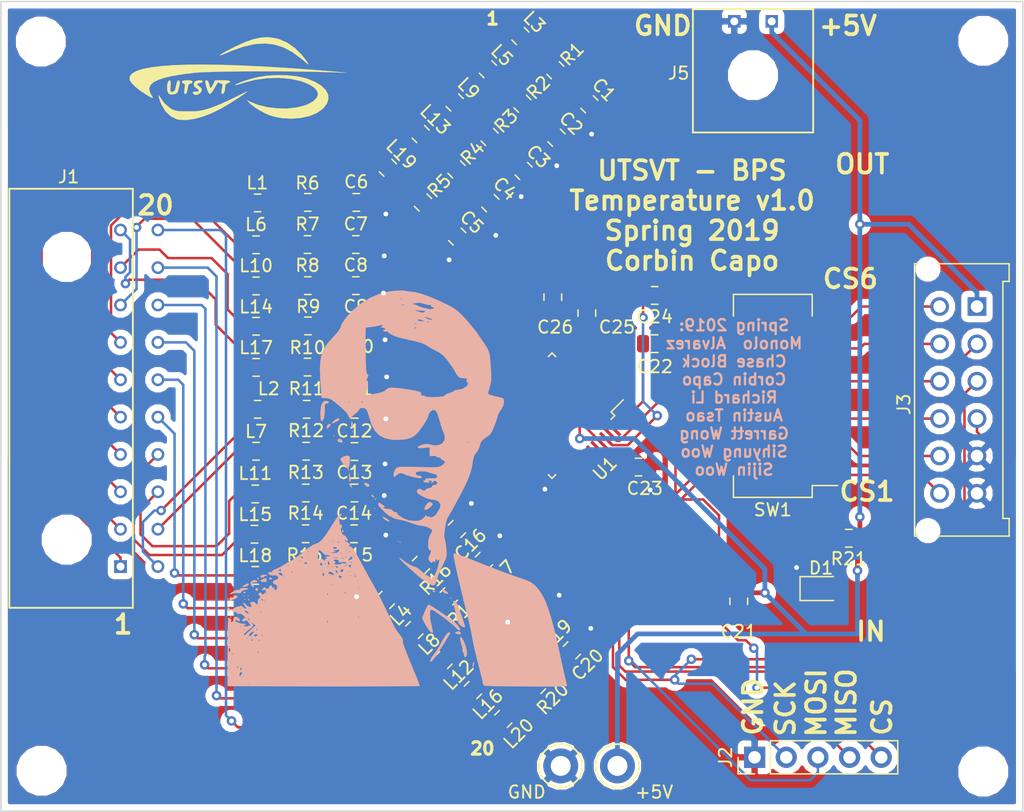
<source format=kicad_pcb>
(kicad_pcb (version 20171130) (host pcbnew "(5.0.0)")
  (layers (0 F.Cu signal) (31 B.Cu signal) (34 B.Paste user) (35 F.Paste user) (36 B.SilkS user) (37 F.SilkS user) (38 B.Mask user) (39 F.Mask user) (44 Edge.Cuts user))
  (net 0 "")
  (net 1 "Net-(C1-Pad1)")
  (net 2 GND)
  (net 3 "Net-(C2-Pad1)")
  (net 4 "Net-(C3-Pad1)")
  (net 5 "Net-(C4-Pad1)")
  (net 6 "Net-(C5-Pad1)")
  (net 7 "Net-(C6-Pad1)")
  (net 8 "Net-(C7-Pad1)")
  (net 9 "Net-(C8-Pad1)")
  (net 10 "Net-(C9-Pad1)")
  (net 11 "Net-(C10-Pad1)")
  (net 12 "Net-(C11-Pad1)")
  (net 13 "Net-(C12-Pad1)")
  (net 14 "Net-(C13-Pad1)")
  (net 15 "Net-(C14-Pad1)")
  (net 16 "Net-(C15-Pad1)")
  (net 17 "Net-(C16-Pad1)")
  (net 18 "Net-(C17-Pad1)")
  (net 19 "Net-(C18-Pad1)")
  (net 20 "Net-(C19-Pad1)")
  (net 21 "Net-(C20-Pad1)")
  (net 22 +5V)
  (net 23 "Net-(C22-Pad2)")
  (net 24 "Net-(C22-Pad1)")
  (net 25 "Net-(C23-Pad1)")
  (net 26 "Net-(C24-Pad1)")
  (net 27 "Net-(C25-Pad1)")
  (net 28 "Net-(C26-Pad1)")
  (net 29 /CH10_LPF)
  (net 30 /CH9_LPF)
  (net 31 /CH8_LPF)
  (net 32 /CH7_LPF)
  (net 33 /CH6_LPF)
  (net 34 /CH5_LPF)
  (net 35 /CH4_LPF)
  (net 36 /CH3_LPF)
  (net 37 /CH2_LPF)
  (net 38 /CH1_LPF)
  (net 39 /CH20_LPF)
  (net 40 /CH19_LPF)
  (net 41 /CH18_LPF)
  (net 42 /CH17_LPF)
  (net 43 /CH16_LPF)
  (net 44 /CH15_LPF)
  (net 45 /CH14_LPF)
  (net 46 /CH13_LPF)
  (net 47 /CH12_LPF)
  (net 48 /CH11_LPF)
  (net 49 /SCK)
  (net 50 /MOSI)
  (net 51 /MISO)
  (net 52 /CS1_OUT)
  (net 53 /CS1)
  (net 54 /CS2)
  (net 55 /CS3)
  (net 56 /CS4)
  (net 57 /CS5)
  (net 58 /CS6)
  (net 59 "Net-(L3-Pad1)")
  (net 60 "Net-(L5-Pad1)")
  (net 61 "Net-(L9-Pad1)")
  (net 62 "Net-(L13-Pad1)")
  (net 63 "Net-(L17-Pad1)")
  (net 64 "Net-(L19-Pad1)")
  (net 65 "Net-(U1-Pad37)")
  (net 66 "Net-(U1-Pad42)")
  (net 67 "Net-(D1-Pad2)")
  (net 68 "Net-(L1-Pad2)")
  (net 69 "Net-(L2-Pad2)")
  (net 70 "Net-(L4-Pad2)")
  (net 71 "Net-(L6-Pad2)")
  (net 72 "Net-(L7-Pad2)")
  (net 73 "Net-(L8-Pad2)")
  (net 74 "Net-(L10-Pad2)")
  (net 75 "Net-(L11-Pad2)")
  (net 76 "Net-(L12-Pad2)")
  (net 77 "Net-(L14-Pad2)")
  (net 78 "Net-(L15-Pad2)")
  (net 79 "Net-(L16-Pad2)")
  (net 80 "Net-(L18-Pad2)")
  (net 81 "Net-(L20-Pad2)")
  (module UTSVT_Connectors:Molex_MicroFit3.0_2x6xP3.00mm_PolarizingPeg_Vertical (layer F.Cu) (at 131.318 94.488 270)
    (fp_text reference J3 (at 7.857 5.8575 270) (layer F.SilkS))
    (fp_text value Conn_02x06_Counter_Clockwise)
    (pad 12 thru_hole circle (at 15 3 270) (size 1.5 1.5) (drill 1) (layers *.Cu *.Mask) (net 53 /CS1))
    (pad 11 thru_hole circle (at 12 3 270) (size 1.5 1.5) (drill 1) (layers *.Cu *.Mask) (net 54 /CS2))
    (pad 10 thru_hole circle (at 9 3 270) (size 1.5 1.5) (drill 1) (layers *.Cu *.Mask) (net 55 /CS3))
    (pad 9 thru_hole circle (at 6 3 270) (size 1.5 1.5) (drill 1) (layers *.Cu *.Mask) (net 56 /CS4))
    (pad 8 thru_hole circle (at 3 3 270) (size 1.5 1.5) (drill 1) (layers *.Cu *.Mask) (net 57 /CS5))
    (pad 7 thru_hole circle (at 0 3 270) (size 1.5 1.5) (drill 1) (layers *.Cu *.Mask) (net 58 /CS6))
    (pad 6 thru_hole circle (at 15 0 270) (size 1.5 1.5) (drill 1) (layers *.Cu *.Mask) (net 2 GND))
    (pad 5 thru_hole circle (at 12 0 270) (size 1.5 1.5) (drill 1) (layers *.Cu *.Mask) (net 2 GND))
    (pad 4 thru_hole circle (at 9 0 270) (size 1.5 1.5) (drill 1) (layers *.Cu *.Mask) (net 51 /MISO))
    (pad 3 thru_hole circle (at 6 0 270) (size 1.5 1.5) (drill 1) (layers *.Cu *.Mask) (net 50 /MOSI))
    (pad 2 thru_hole circle (at 3 0 270) (size 1.5 1.5) (drill 1) (layers *.Cu *.Mask) (net 49 /SCK))
    (pad 1 thru_hole rect (at 0 0 270) (size 1.5 1.5) (drill 1) (layers *.Cu *.Mask) (net 22 +5V))
    (pad "" np_thru_hole circle (at 18 3.94 270) (size 1 1) (drill 1) (layers *.Cu *.Mask))
    (pad "" np_thru_hole circle (at -3 3.94 270) (size 1 1) (drill 1) (layers *.Cu *.Mask))
  )
  (module TestPoint:TestPoint_Keystone_5005-5009_Compact (layer F.Cu) (at 102.468001 131.374501)
    (fp_text reference +5V (at 2.941999 2.102499) (layer F.SilkS))
    (fp_text value TestPoint)
    (pad 1 thru_hole circle (at 0 0) (size 2.8 2.8) (drill 1.6) (layers *.Cu *.Mask) (net 22 +5V))
  )
  (module TestPoint:TestPoint_Keystone_5005-5009_Compact (layer F.Cu) (at 97.917 131.374501)
    (fp_text reference GND (at -2.7305 2.102499) (layer F.SilkS))
    (fp_text value TestPoint)
    (pad 1 thru_hole circle (at 0 0) (size 2.8 2.8) (drill 1.6) (layers *.Cu *.Mask) (net 2 GND))
  )
  (module UTSVT_Connectors:02x10_Microfit_3.0_horizontal (layer F.Cu) (at 65.913 118.6815 90)
    (fp_text reference J1 (at 34.6075 -7.493 180) (layer F.SilkS))
    (fp_text value Conn_02x10_Counter_Clockwise)
    (pad "" np_thru_hole circle (at 5.475 -7.64 90) (size 3 3) (drill 3) (layers *.Cu *.Mask))
    (pad "" np_thru_hole circle (at 28.175 -7.64 90) (size 3 3) (drill 3) (layers *.Cu *.Mask))
    (pad 1 thru_hole rect (at 3.315 -3.32 90) (size 1.02 1.02) (drill 0.64) (layers *.Cu *.Mask) (net 38 /CH1_LPF))
    (pad 10 thru_hole circle (at 30.335 -3.32 90) (size 1.02 1.02) (drill 0.64) (layers *.Cu *.Mask) (net 29 /CH10_LPF))
    (pad 2 thru_hole circle (at 6.315 -3.32 90) (size 1.02 1.02) (drill 0.64) (layers *.Cu *.Mask) (net 37 /CH2_LPF))
    (pad 3 thru_hole circle (at 9.315 -3.32 90) (size 1.02 1.02) (drill 0.64) (layers *.Cu *.Mask) (net 36 /CH3_LPF))
    (pad 4 thru_hole circle (at 12.315 -3.32 90) (size 1.02 1.02) (drill 0.64) (layers *.Cu *.Mask) (net 35 /CH4_LPF))
    (pad 5 thru_hole circle (at 15.315 -3.32 90) (size 1.02 1.02) (drill 0.64) (layers *.Cu *.Mask) (net 34 /CH5_LPF))
    (pad 6 thru_hole circle (at 18.315 -3.32 90) (size 1.02 1.02) (drill 0.64) (layers *.Cu *.Mask) (net 33 /CH6_LPF))
    (pad 7 thru_hole circle (at 21.315 -3.32 90) (size 1.02 1.02) (drill 0.64) (layers *.Cu *.Mask) (net 32 /CH7_LPF))
    (pad 8 thru_hole circle (at 24.315 -3.32 90) (size 1.02 1.02) (drill 0.64) (layers *.Cu *.Mask) (net 31 /CH8_LPF))
    (pad 9 thru_hole circle (at 27.315 -3.32 90) (size 1.02 1.02) (drill 0.64) (layers *.Cu *.Mask) (net 30 /CH9_LPF))
    (pad 19 thru_hole circle (at 27.315 -0.32 90) (size 1.02 1.02) (drill 0.64) (layers *.Cu *.Mask) (net 40 /CH19_LPF))
    (pad 17 thru_hole circle (at 21.315 -0.32 90) (size 1.02 1.02) (drill 0.64) (layers *.Cu *.Mask) (net 42 /CH17_LPF))
    (pad 18 thru_hole circle (at 24.315 -0.32 90) (size 1.02 1.02) (drill 0.64) (layers *.Cu *.Mask) (net 41 /CH18_LPF))
    (pad 16 thru_hole circle (at 18.315 -0.32 90) (size 1.02 1.02) (drill 0.64) (layers *.Cu *.Mask) (net 43 /CH16_LPF))
    (pad 20 thru_hole circle (at 30.335 -0.32 90) (size 1.02 1.02) (drill 0.64) (layers *.Cu *.Mask) (net 39 /CH20_LPF))
    (pad 14 thru_hole circle (at 12.315 -0.32 90) (size 1.02 1.02) (drill 0.64) (layers *.Cu *.Mask) (net 45 /CH14_LPF))
    (pad 15 thru_hole circle (at 15.315 -0.32 90) (size 1.02 1.02) (drill 0.64) (layers *.Cu *.Mask) (net 44 /CH15_LPF))
    (pad 13 thru_hole circle (at 9.315 -0.32 90) (size 1.02 1.02) (drill 0.64) (layers *.Cu *.Mask) (net 46 /CH13_LPF))
    (pad 12 thru_hole circle (at 6.315 -0.32 90) (size 1.02 1.02) (drill 0.64) (layers *.Cu *.Mask) (net 47 /CH12_LPF))
    (pad 11 thru_hole circle (at 3.315 -0.32 90) (size 1.02 1.02) (drill 0.64) (layers *.Cu *.Mask) (net 48 /CH11_LPF))
  )
  (module Capacitor_SMD:C_0805_2012Metric (layer F.Cu) (at 100.214651 78.248396 315)
    (fp_text reference C1 (at 0 -1.65 315) (layer F.SilkS))
    (fp_text value 1uF)
    (pad 1 smd roundrect (at -0.937501 0 315) (size 0.975 1.4) (layers F.Cu F.Paste F.Mask) (net 1 "Net-(C1-Pad1)"))
    (pad 2 smd roundrect (at 0.937501 0 315) (size 0.975 1.4) (layers F.Cu F.Paste F.Mask) (net 2 GND))
  )
  (module Capacitor_SMD:C_0805_2012Metric (layer F.Cu) (at 97.573582 80.936909 315)
    (fp_text reference C2 (at 0 -1.65 315) (layer F.SilkS))
    (fp_text value 1uF)
    (pad 2 smd roundrect (at 0.937501 0 315) (size 0.975 1.4) (layers F.Cu F.Paste F.Mask) (net 2 GND))
    (pad 1 smd roundrect (at -0.937501 0 315) (size 0.975 1.4) (layers F.Cu F.Paste F.Mask) (net 3 "Net-(C2-Pad1)"))
  )
  (module Capacitor_SMD:C_0805_2012Metric (layer F.Cu) (at 94.940641 83.60839 315)
    (fp_text reference C3 (at 0 -1.65 315) (layer F.SilkS))
    (fp_text value 1uF)
    (pad 1 smd roundrect (at -0.937501 0 315) (size 0.975 1.4) (layers F.Cu F.Paste F.Mask) (net 4 "Net-(C3-Pad1)"))
    (pad 2 smd roundrect (at 0.937501 0 315) (size 0.975 1.4) (layers F.Cu F.Paste F.Mask) (net 2 GND))
  )
  (module Capacitor_SMD:C_0805_2012Metric (layer F.Cu) (at 92.26871 86.189913 315)
    (fp_text reference C4 (at 0 -1.65 315) (layer F.SilkS))
    (fp_text value 1uF)
    (pad 2 smd roundrect (at 0.937501 0 315) (size 0.975 1.4) (layers F.Cu F.Paste F.Mask) (net 2 GND))
    (pad 1 smd roundrect (at -0.937501 0 315) (size 0.975 1.4) (layers F.Cu F.Paste F.Mask) (net 5 "Net-(C4-Pad1)"))
  )
  (module Capacitor_SMD:C_0805_2012Metric (layer F.Cu) (at 89.608391 88.87264 315)
    (fp_text reference C5 (at 0 -1.65 315) (layer F.SilkS))
    (fp_text value 1uF)
    (pad 1 smd roundrect (at -0.937501 0 315) (size 0.975 1.4) (layers F.Cu F.Paste F.Mask) (net 6 "Net-(C5-Pad1)"))
    (pad 2 smd roundrect (at 0.937501 0 315) (size 0.975 1.4) (layers F.Cu F.Paste F.Mask) (net 2 GND))
  )
  (module Capacitor_SMD:C_0805_2012Metric (layer F.Cu) (at 81.512563 86.127915)
    (fp_text reference C6 (at 0 -1.65) (layer F.SilkS))
    (fp_text value 1uF)
    (pad 2 smd roundrect (at 0.9375 0) (size 0.975 1.4) (layers F.Cu F.Paste F.Mask) (net 2 GND))
    (pad 1 smd roundrect (at -0.9375 0) (size 0.975 1.4) (layers F.Cu F.Paste F.Mask) (net 7 "Net-(C6-Pad1)"))
  )
  (module Capacitor_SMD:C_0805_2012Metric (layer F.Cu) (at 81.475298 89.512131)
    (fp_text reference C7 (at 0 -1.65) (layer F.SilkS))
    (fp_text value 1uF)
    (pad 1 smd roundrect (at -0.9375 0) (size 0.975 1.4) (layers F.Cu F.Paste F.Mask) (net 8 "Net-(C7-Pad1)"))
    (pad 2 smd roundrect (at 0.9375 0) (size 0.975 1.4) (layers F.Cu F.Paste F.Mask) (net 2 GND))
  )
  (module Capacitor_SMD:C_0805_2012Metric (layer F.Cu) (at 81.477303 92.809945)
    (fp_text reference C8 (at 0 -1.65) (layer F.SilkS))
    (fp_text value 1uF)
    (pad 2 smd roundrect (at 0.9375 0) (size 0.975 1.4) (layers F.Cu F.Paste F.Mask) (net 2 GND))
    (pad 1 smd roundrect (at -0.9375 0) (size 0.975 1.4) (layers F.Cu F.Paste F.Mask) (net 9 "Net-(C8-Pad1)"))
  )
  (module Capacitor_SMD:C_0805_2012Metric (layer F.Cu) (at 81.512984 96.047589)
    (fp_text reference C9 (at -0.042484 -1.559589) (layer F.SilkS))
    (fp_text value 1uF)
    (pad 1 smd roundrect (at -0.9375 0) (size 0.975 1.4) (layers F.Cu F.Paste F.Mask) (net 10 "Net-(C9-Pad1)"))
    (pad 2 smd roundrect (at 0.9375 0) (size 0.975 1.4) (layers F.Cu F.Paste F.Mask) (net 2 GND))
  )
  (module Capacitor_SMD:C_0805_2012Metric (layer F.Cu) (at 81.487892 99.350424)
    (fp_text reference C10 (at 0 -1.65) (layer F.SilkS))
    (fp_text value 1uF)
    (pad 2 smd roundrect (at 0.9375 0) (size 0.975 1.4) (layers F.Cu F.Paste F.Mask) (net 2 GND))
    (pad 1 smd roundrect (at -0.9375 0) (size 0.975 1.4) (layers F.Cu F.Paste F.Mask) (net 11 "Net-(C10-Pad1)"))
  )
  (module Capacitor_SMD:C_0805_2012Metric (layer F.Cu) (at 81.392 102.743)
    (fp_text reference C11 (at 0 -1.65) (layer F.SilkS))
    (fp_text value 1uF)
    (pad 1 smd roundrect (at -0.9375 0) (size 0.975 1.4) (layers F.Cu F.Paste F.Mask) (net 12 "Net-(C11-Pad1)"))
    (pad 2 smd roundrect (at 0.9375 0) (size 0.975 1.4) (layers F.Cu F.Paste F.Mask) (net 2 GND))
  )
  (module Capacitor_SMD:C_0805_2012Metric (layer F.Cu) (at 81.3666 106.1339)
    (fp_text reference C12 (at 0 -1.65) (layer F.SilkS))
    (fp_text value 1uF)
    (pad 2 smd roundrect (at 0.9375 0) (size 0.975 1.4) (layers F.Cu F.Paste F.Mask) (net 2 GND))
    (pad 1 smd roundrect (at -0.9375 0) (size 0.975 1.4) (layers F.Cu F.Paste F.Mask) (net 13 "Net-(C12-Pad1)"))
  )
  (module Capacitor_SMD:C_0805_2012Metric (layer F.Cu) (at 81.3666 109.4613)
    (fp_text reference C13 (at 0 -1.65) (layer F.SilkS))
    (fp_text value 1uF)
    (pad 1 smd roundrect (at -0.9375 0) (size 0.975 1.4) (layers F.Cu F.Paste F.Mask) (net 14 "Net-(C13-Pad1)"))
    (pad 2 smd roundrect (at 0.9375 0) (size 0.975 1.4) (layers F.Cu F.Paste F.Mask) (net 2 GND))
  )
  (module Capacitor_SMD:C_0805_2012Metric (layer F.Cu) (at 81.3308 112.7379)
    (fp_text reference C14 (at 0 -1.65) (layer F.SilkS))
    (fp_text value 1uF)
    (pad 2 smd roundrect (at 0.9375 0) (size 0.975 1.4) (layers F.Cu F.Paste F.Mask) (net 2 GND))
    (pad 1 smd roundrect (at -0.9375 0) (size 0.975 1.4) (layers F.Cu F.Paste F.Mask) (net 15 "Net-(C14-Pad1)"))
  )
  (module Capacitor_SMD:C_0805_2012Metric (layer F.Cu) (at 81.4174 116.0907)
    (fp_text reference C15 (at 0 -1.65) (layer F.SilkS))
    (fp_text value 1uF)
    (pad 1 smd roundrect (at -0.9375 0) (size 0.975 1.4) (layers F.Cu F.Paste F.Mask) (net 16 "Net-(C15-Pad1)"))
    (pad 2 smd roundrect (at 0.9375 0) (size 0.975 1.4) (layers F.Cu F.Paste F.Mask) (net 2 GND))
  )
  (module Capacitor_SMD:C_0805_2012Metric (layer F.Cu) (at 89.586922 112.347586 45)
    (fp_text reference C16 (at -0.115142 1.65816 45) (layer F.SilkS))
    (fp_text value 1uF)
    (pad 2 smd roundrect (at 0.937501 0 45) (size 0.975 1.4) (layers F.Cu F.Paste F.Mask) (net 2 GND))
    (pad 1 smd roundrect (at -0.937501 0 45) (size 0.975 1.4) (layers F.Cu F.Paste F.Mask) (net 17 "Net-(C16-Pad1)"))
  )
  (module Capacitor_SMD:C_0805_2012Metric (layer F.Cu) (at 91.758868 114.908873 45)
    (fp_text reference C17 (at -0.019442 1.723756 45) (layer F.SilkS))
    (fp_text value 1uF)
    (pad 1 smd roundrect (at -0.937501 0 45) (size 0.975 1.4) (layers F.Cu F.Paste F.Mask) (net 18 "Net-(C17-Pad1)"))
    (pad 2 smd roundrect (at 0.937501 0 45) (size 0.975 1.4) (layers F.Cu F.Paste F.Mask) (net 2 GND))
  )
  (module Capacitor_SMD:C_0805_2012Metric (layer F.Cu) (at 94.069408 117.33029 45)
    (fp_text reference C18 (at -0.165546 1.655551 45) (layer F.SilkS))
    (fp_text value 1uF)
    (pad 2 smd roundrect (at 0.937501 0 45) (size 0.975 1.4) (layers F.Cu F.Paste F.Mask) (net 2 GND))
    (pad 1 smd roundrect (at -0.937501 0 45) (size 0.975 1.4) (layers F.Cu F.Paste F.Mask) (net 19 "Net-(C18-Pad1)"))
  )
  (module Capacitor_SMD:C_0805_2012Metric (layer F.Cu) (at 96.401022 119.68637 45)
    (fp_text reference C19 (at -0.058444 1.663545 45) (layer F.SilkS))
    (fp_text value 1uF)
    (pad 1 smd roundrect (at -0.937501 0 45) (size 0.975 1.4) (layers F.Cu F.Paste F.Mask) (net 20 "Net-(C19-Pad1)"))
    (pad 2 smd roundrect (at 0.937501 0 45) (size 0.975 1.4) (layers F.Cu F.Paste F.Mask) (net 2 GND))
  )
  (module Capacitor_SMD:C_0805_2012Metric (layer F.Cu) (at 98.80773 122.093078 45)
    (fp_text reference C20 (at 0.07626 1.717345 45) (layer F.SilkS))
    (fp_text value 1uF)
    (pad 2 smd roundrect (at 0.937501 0 45) (size 0.975 1.4) (layers F.Cu F.Paste F.Mask) (net 2 GND))
    (pad 1 smd roundrect (at -0.937501 0 45) (size 0.975 1.4) (layers F.Cu F.Paste F.Mask) (net 21 "Net-(C20-Pad1)"))
  )
  (module Capacitor_SMD:C_0805_2012Metric (layer F.Cu) (at 112.2045 118.1585 90)
    (fp_text reference C21 (at -2.428 0 180) (layer F.SilkS))
    (fp_text value 0.1uF)
    (pad 1 smd roundrect (at -0.9375 0 90) (size 0.975 1.4) (layers F.Cu F.Paste F.Mask) (net 2 GND))
    (pad 2 smd roundrect (at 0.9375 0 90) (size 0.975 1.4) (layers F.Cu F.Paste F.Mask) (net 22 +5V))
  )
  (module Capacitor_SMD:C_0805_2012Metric (layer F.Cu) (at 105.4585 97.4725)
    (fp_text reference C22 (at 0 1.8415) (layer F.SilkS))
    (fp_text value 10uF)
    (pad 2 smd roundrect (at 0.9375 0) (size 0.975 1.4) (layers F.Cu F.Paste F.Mask) (net 23 "Net-(C22-Pad2)"))
    (pad 1 smd roundrect (at -0.9375 0) (size 0.975 1.4) (layers F.Cu F.Paste F.Mask) (net 24 "Net-(C22-Pad1)"))
  )
  (module Capacitor_SMD:C_0805_2012Metric (layer F.Cu) (at 104.155 107.3785)
    (fp_text reference C23 (at 0.508 1.7145) (layer F.SilkS))
    (fp_text value 10uF)
    (pad 1 smd roundrect (at -0.9375 0) (size 0.975 1.4) (layers F.Cu F.Paste F.Mask) (net 25 "Net-(C23-Pad1)"))
    (pad 2 smd roundrect (at 0.9375 0) (size 0.975 1.4) (layers F.Cu F.Paste F.Mask) (net 2 GND))
  )
  (module Capacitor_SMD:C_0805_2012Metric (layer F.Cu) (at 105.4585 93.599)
    (fp_text reference C24 (at 0 1.7145) (layer F.SilkS))
    (fp_text value 10uF)
    (pad 1 smd roundrect (at -0.9375 0) (size 0.975 1.4) (layers F.Cu F.Paste F.Mask) (net 26 "Net-(C24-Pad1)"))
    (pad 2 smd roundrect (at 0.9375 0) (size 0.975 1.4) (layers F.Cu F.Paste F.Mask) (net 2 GND))
  )
  (module Capacitor_SMD:C_0805_2012Metric (layer F.Cu) (at 100.0125 95.011 90)
    (fp_text reference C25 (at -1.128 2.413 180) (layer F.SilkS))
    (fp_text value 1uF)
    (pad 2 smd roundrect (at 0.9375 0 90) (size 0.975 1.4) (layers F.Cu F.Paste F.Mask) (net 2 GND))
    (pad 1 smd roundrect (at -0.9375 0 90) (size 0.975 1.4) (layers F.Cu F.Paste F.Mask) (net 27 "Net-(C25-Pad1)"))
  )
  (module Capacitor_SMD:C_0805_2012Metric (layer F.Cu) (at 97.282 93.741 90)
    (fp_text reference C26 (at -2.398 0.1905 180) (layer F.SilkS))
    (fp_text value 1uF)
    (pad 2 smd roundrect (at 0.9375 0 90) (size 0.975 1.4) (layers F.Cu F.Paste F.Mask) (net 2 GND))
    (pad 1 smd roundrect (at -0.9375 0 90) (size 0.975 1.4) (layers F.Cu F.Paste F.Mask) (net 28 "Net-(C26-Pad1)"))
  )
  (module LED_SMD:LED_0805_2012Metric (layer F.Cu) (at 118.806001 117.135501)
    (fp_text reference D1 (at 0 -1.65) (layer F.SilkS))
    (fp_text value LED)
    (pad 1 smd roundrect (at -0.9375 0) (size 0.975 1.4) (layers F.Cu F.Paste F.Mask) (net 2 GND))
    (pad 2 smd roundrect (at 0.9375 0) (size 0.975 1.4) (layers F.Cu F.Paste F.Mask) (net 67 "Net-(D1-Pad2)"))
  )
  (module Connector_PinHeader_2.54mm:PinHeader_1x05_P2.54mm_Vertical (layer F.Cu) (at 113.4745 130.683 90)
    (fp_text reference J2 (at 0 -2.33 90) (layer F.SilkS))
    (fp_text value "Logic Analyzer")
    (pad 1 thru_hole rect (at 0 0 90) (size 1.7 1.7) (drill 1) (layers *.Cu *.Mask) (net 2 GND))
    (pad 2 thru_hole oval (at 0 2.54 90) (size 1.7 1.7) (drill 1) (layers *.Cu *.Mask) (net 49 /SCK))
    (pad 3 thru_hole oval (at 0 5.08 90) (size 1.7 1.7) (drill 1) (layers *.Cu *.Mask) (net 50 /MOSI))
    (pad 4 thru_hole oval (at 0 7.62 90) (size 1.7 1.7) (drill 1) (layers *.Cu *.Mask) (net 51 /MISO))
    (pad 5 thru_hole oval (at 0 10.16 90) (size 1.7 1.7) (drill 1) (layers *.Cu *.Mask) (net 52 /CS1_OUT))
  )
  (module Inductor_SMD:L_0805_2012Metric (layer F.Cu) (at 73.5965 86.1695)
    (fp_text reference L1 (at -0.027063 -1.609415) (layer F.SilkS))
    (fp_text value Ferrite_Bead)
    (pad 1 smd roundrect (at -0.9375 0) (size 0.975 1.4) (layers F.Cu F.Paste F.Mask) (net 33 /CH6_LPF))
    (pad 2 smd roundrect (at 0.9375 0) (size 0.975 1.4) (layers F.Cu F.Paste F.Mask) (net 68 "Net-(L1-Pad2)"))
  )
  (module Inductor_SMD:L_0805_2012Metric (layer F.Cu) (at 73.5965 102.743)
    (fp_text reference L2 (at 0.889 -1.651) (layer F.SilkS))
    (fp_text value Ferrite_Bead)
    (pad 1 smd roundrect (at -0.9375 0) (size 0.975 1.4) (layers F.Cu F.Paste F.Mask) (net 48 /CH11_LPF))
    (pad 2 smd roundrect (at 0.9375 0) (size 0.975 1.4) (layers F.Cu F.Paste F.Mask) (net 69 "Net-(L2-Pad2)"))
  )
  (module Inductor_SMD:L_0805_2012Metric (layer F.Cu) (at 94.6785 72.771 135)
    (fp_text reference L3 (at 0 1.5875 135) (layer F.SilkS))
    (fp_text value Ferrite_Bead)
    (pad 2 smd roundrect (at 0.937501 0 135) (size 0.975 1.4) (layers F.Cu F.Paste F.Mask) (net 38 /CH1_LPF))
    (pad 1 smd roundrect (at -0.937501 0 135) (size 0.975 1.4) (layers F.Cu F.Paste F.Mask) (net 59 "Net-(L3-Pad1)"))
  )
  (module Inductor_SMD:L_0805_2012Metric (layer F.Cu) (at 83.8835 118.0465 45)
    (fp_text reference L4 (at 0 1.706249 45) (layer F.SilkS))
    (fp_text value Ferrite_Bead)
    (pad 2 smd roundrect (at 0.937501 0 45) (size 0.975 1.4) (layers F.Cu F.Paste F.Mask) (net 70 "Net-(L4-Pad2)"))
    (pad 1 smd roundrect (at -0.937501 0 45) (size 0.975 1.4) (layers F.Cu F.Paste F.Mask) (net 43 /CH16_LPF))
  )
  (module Inductor_SMD:L_0805_2012Metric (layer F.Cu) (at 92.075 75.438 135)
    (fp_text reference L5 (at 0 1.5875 135) (layer F.SilkS))
    (fp_text value Ferrite_Bead)
    (pad 2 smd roundrect (at 0.937501 0 135) (size 0.975 1.4) (layers F.Cu F.Paste F.Mask) (net 37 /CH2_LPF))
    (pad 1 smd roundrect (at -0.937501 0 135) (size 0.975 1.4) (layers F.Cu F.Paste F.Mask) (net 60 "Net-(L5-Pad1)"))
  )
  (module Inductor_SMD:L_0805_2012Metric (layer F.Cu) (at 73.4695 89.535)
    (fp_text reference L6 (at 0 -1.628131) (layer F.SilkS))
    (fp_text value Ferrite_Bead)
    (pad 1 smd roundrect (at -0.9375 0) (size 0.975 1.4) (layers F.Cu F.Paste F.Mask) (net 32 /CH7_LPF))
    (pad 2 smd roundrect (at 0.9375 0) (size 0.975 1.4) (layers F.Cu F.Paste F.Mask) (net 71 "Net-(L6-Pad2)"))
  )
  (module Inductor_SMD:L_0805_2012Metric (layer F.Cu) (at 73.4695 106.1085)
    (fp_text reference L7 (at 0 -1.5875) (layer F.SilkS))
    (fp_text value Ferrite_Bead)
    (pad 1 smd roundrect (at -0.9375 0) (size 0.975 1.4) (layers F.Cu F.Paste F.Mask) (net 47 /CH12_LPF))
    (pad 2 smd roundrect (at 0.9375 0) (size 0.975 1.4) (layers F.Cu F.Paste F.Mask) (net 72 "Net-(L7-Pad2)"))
  )
  (module Inductor_SMD:L_0805_2012Metric (layer F.Cu) (at 86.1695 120.4595 45)
    (fp_text reference L8 (at 0.044901 1.661347 45) (layer F.SilkS))
    (fp_text value Ferrite_Bead)
    (pad 1 smd roundrect (at -0.937501 0 45) (size 0.975 1.4) (layers F.Cu F.Paste F.Mask) (net 42 /CH17_LPF))
    (pad 2 smd roundrect (at 0.937501 0 45) (size 0.975 1.4) (layers F.Cu F.Paste F.Mask) (net 73 "Net-(L8-Pad2)"))
  )
  (module Inductor_SMD:L_0805_2012Metric (layer F.Cu) (at 89.408 78.105 135)
    (fp_text reference L9 (at 0.015 1.5875 135) (layer F.SilkS))
    (fp_text value Ferrite_Bead)
    (pad 2 smd roundrect (at 0.937501 0 135) (size 0.975 1.4) (layers F.Cu F.Paste F.Mask) (net 36 /CH3_LPF))
    (pad 1 smd roundrect (at -0.937501 0 135) (size 0.975 1.4) (layers F.Cu F.Paste F.Mask) (net 61 "Net-(L9-Pad1)"))
  )
  (module Inductor_SMD:L_0805_2012Metric (layer F.Cu) (at 73.4695 92.837)
    (fp_text reference L10 (at 0 -1.623945) (layer F.SilkS))
    (fp_text value Ferrite_Bead)
    (pad 2 smd roundrect (at 0.9375 0) (size 0.975 1.4) (layers F.Cu F.Paste F.Mask) (net 74 "Net-(L10-Pad2)"))
    (pad 1 smd roundrect (at -0.9375 0) (size 0.975 1.4) (layers F.Cu F.Paste F.Mask) (net 31 /CH8_LPF))
  )
  (module Inductor_SMD:L_0805_2012Metric (layer F.Cu) (at 73.406 109.5375)
    (fp_text reference L11 (at 0 -1.651) (layer F.SilkS))
    (fp_text value Ferrite_Bead)
    (pad 1 smd roundrect (at -0.9375 0) (size 0.975 1.4) (layers F.Cu F.Paste F.Mask) (net 46 /CH13_LPF))
    (pad 2 smd roundrect (at 0.9375 0) (size 0.975 1.4) (layers F.Cu F.Paste F.Mask) (net 75 "Net-(L11-Pad2)"))
  )
  (module Inductor_SMD:L_0805_2012Metric (layer F.Cu) (at 88.519 122.8725 45)
    (fp_text reference L12 (at 0 1.706249 45) (layer F.SilkS))
    (fp_text value Ferrite_Bead)
    (pad 2 smd roundrect (at 0.937501 0 45) (size 0.975 1.4) (layers F.Cu F.Paste F.Mask) (net 76 "Net-(L12-Pad2)"))
    (pad 1 smd roundrect (at -0.937501 0 45) (size 0.975 1.4) (layers F.Cu F.Paste F.Mask) (net 41 /CH18_LPF))
  )
  (module Inductor_SMD:L_0805_2012Metric (layer F.Cu) (at 86.6775 80.645 135)
    (fp_text reference L13 (at 0 1.651 135) (layer F.SilkS))
    (fp_text value Ferrite_Bead)
    (pad 2 smd roundrect (at 0.937501 0 135) (size 0.975 1.4) (layers F.Cu F.Paste F.Mask) (net 35 /CH4_LPF))
    (pad 1 smd roundrect (at -0.937501 0 135) (size 0.975 1.4) (layers F.Cu F.Paste F.Mask) (net 62 "Net-(L13-Pad1)"))
  )
  (module Inductor_SMD:L_0805_2012Metric (layer F.Cu) (at 73.4695 96.0755)
    (fp_text reference L14 (at 0 -1.559589) (layer F.SilkS))
    (fp_text value Ferrite_Bead)
    (pad 2 smd roundrect (at 0.9375 0) (size 0.975 1.4) (layers F.Cu F.Paste F.Mask) (net 77 "Net-(L14-Pad2)"))
    (pad 1 smd roundrect (at -0.9375 0) (size 0.975 1.4) (layers F.Cu F.Paste F.Mask) (net 30 /CH9_LPF))
  )
  (module Inductor_SMD:L_0805_2012Metric (layer F.Cu) (at 73.3425 112.776)
    (fp_text reference L15 (at 0.0635 -1.5875) (layer F.SilkS))
    (fp_text value Ferrite_Bead)
    (pad 1 smd roundrect (at -0.9375 0) (size 0.975 1.4) (layers F.Cu F.Paste F.Mask) (net 45 /CH14_LPF))
    (pad 2 smd roundrect (at 0.9375 0) (size 0.975 1.4) (layers F.Cu F.Paste F.Mask) (net 78 "Net-(L15-Pad2)"))
  )
  (module Inductor_SMD:L_0805_2012Metric (layer F.Cu) (at 90.8685 125.2855 45)
    (fp_text reference L16 (at 0.044901 1.661347 45) (layer F.SilkS))
    (fp_text value Ferrite_Bead)
    (pad 1 smd roundrect (at -0.937501 0 45) (size 0.975 1.4) (layers F.Cu F.Paste F.Mask) (net 40 /CH19_LPF))
    (pad 2 smd roundrect (at 0.937501 0 45) (size 0.975 1.4) (layers F.Cu F.Paste F.Mask) (net 79 "Net-(L16-Pad2)"))
  )
  (module Inductor_SMD:L_0805_2012Metric (layer F.Cu) (at 73.4695 99.3775 180)
    (fp_text reference L17 (at 0 1.5875 180) (layer F.SilkS))
    (fp_text value Ferrite_Bead)
    (pad 1 smd roundrect (at -0.9375 0 180) (size 0.975 1.4) (layers F.Cu F.Paste F.Mask) (net 63 "Net-(L17-Pad1)"))
    (pad 2 smd roundrect (at 0.9375 0 180) (size 0.975 1.4) (layers F.Cu F.Paste F.Mask) (net 29 /CH10_LPF))
  )
  (module Inductor_SMD:L_0805_2012Metric (layer F.Cu) (at 73.406 116.078)
    (fp_text reference L18 (at 0 -1.5875) (layer F.SilkS))
    (fp_text value Ferrite_Bead)
    (pad 1 smd roundrect (at -0.9375 0) (size 0.975 1.4) (layers F.Cu F.Paste F.Mask) (net 44 /CH15_LPF))
    (pad 2 smd roundrect (at 0.9375 0) (size 0.975 1.4) (layers F.Cu F.Paste F.Mask) (net 80 "Net-(L18-Pad2)"))
  )
  (module Inductor_SMD:L_0805_2012Metric (layer F.Cu) (at 84.046087 83.347587 135)
    (fp_text reference L19 (at 0 1.524 135) (layer F.SilkS))
    (fp_text value Ferrite_Bead)
    (pad 2 smd roundrect (at 0.937501 0 135) (size 0.975 1.4) (layers F.Cu F.Paste F.Mask) (net 34 /CH5_LPF))
    (pad 1 smd roundrect (at -0.937501 0 135) (size 0.975 1.4) (layers F.Cu F.Paste F.Mask) (net 64 "Net-(L19-Pad1)"))
  )
  (module Inductor_SMD:L_0805_2012Metric (layer F.Cu) (at 93.309413 127.607087 45)
    (fp_text reference L20 (at 0.050328 1.706249 -135) (layer F.SilkS))
    (fp_text value Ferrite_Bead)
    (pad 2 smd roundrect (at 0.937501 0 45) (size 0.975 1.4) (layers F.Cu F.Paste F.Mask) (net 81 "Net-(L20-Pad2)"))
    (pad 1 smd roundrect (at -0.937501 0 45) (size 0.975 1.4) (layers F.Cu F.Paste F.Mask) (net 39 /CH20_LPF))
  )
  (module MountingHole:MountingHole_3mm (layer F.Cu) (at 56.1975 73.2155)
    (fp_text reference MH1 hide)
    (fp_text value MountingHole)
    (pad 1 np_thru_hole circle (at 0 0) (size 3 3) (drill 3) (layers *.Cu *.Mask))
  )
  (module MountingHole:MountingHole_3mm (layer F.Cu) (at 56.261 131.7625)
    (fp_text reference MH2 hide)
    (fp_text value MountingHole)
    (pad 1 np_thru_hole circle (at 0 0) (size 3 3) (drill 3) (layers *.Cu *.Mask))
  )
  (module MountingHole:MountingHole_3mm (layer F.Cu) (at 131.826 131.826)
    (fp_text reference MH3 hide)
    (fp_text value MountingHole)
    (pad 1 np_thru_hole circle (at 0 0) (size 3 3) (drill 3) (layers *.Cu *.Mask))
  )
  (module MountingHole:MountingHole_3mm (layer F.Cu) (at 131.826 73.152)
    (fp_text reference MH4 hide)
    (fp_text value MountingHole)
    (pad 1 np_thru_hole circle (at 0 0) (size 3 3) (drill 3) (layers *.Cu *.Mask))
  )
  (module Resistor_SMD:R_0805_2012Metric (layer F.Cu) (at 97.48628 75.520024 315)
    (fp_text reference R1 (at 0.031422 -1.874581 45) (layer F.SilkS))
    (fp_text value 1k)
    (pad 2 smd roundrect (at 0.937501 0 315) (size 0.975 1.4) (layers F.Cu F.Paste F.Mask) (net 1 "Net-(C1-Pad1)"))
    (pad 1 smd roundrect (at -0.937501 0 315) (size 0.975 1.4) (layers F.Cu F.Paste F.Mask) (net 59 "Net-(L3-Pad1)"))
  )
  (module Resistor_SMD:R_0805_2012Metric (layer F.Cu) (at 94.84521 78.208537 315)
    (fp_text reference R2 (at -0.002126 -1.833165 45) (layer F.SilkS))
    (fp_text value 1k)
    (pad 1 smd roundrect (at -0.937501 0 315) (size 0.975 1.4) (layers F.Cu F.Paste F.Mask) (net 60 "Net-(L5-Pad1)"))
    (pad 2 smd roundrect (at 0.937501 0 315) (size 0.975 1.4) (layers F.Cu F.Paste F.Mask) (net 3 "Net-(C2-Pad1)"))
  )
  (module Resistor_SMD:R_0805_2012Metric (layer F.Cu) (at 92.212269 80.880019 315)
    (fp_text reference R3 (at 0.034122 -1.837458 45) (layer F.SilkS))
    (fp_text value 1k)
    (pad 2 smd roundrect (at 0.937501 0 315) (size 0.975 1.4) (layers F.Cu F.Paste F.Mask) (net 4 "Net-(C3-Pad1)"))
    (pad 1 smd roundrect (at -0.937501 0 315) (size 0.975 1.4) (layers F.Cu F.Paste F.Mask) (net 61 "Net-(L9-Pad1)"))
  )
  (module Resistor_SMD:R_0805_2012Metric (layer F.Cu) (at 89.550945 83.472148 315)
    (fp_text reference R4 (at -0.006752 -1.832013 45) (layer F.SilkS))
    (fp_text value 1k)
    (pad 2 smd roundrect (at 0.937501 0 315) (size 0.975 1.4) (layers F.Cu F.Paste F.Mask) (net 5 "Net-(C4-Pad1)"))
    (pad 1 smd roundrect (at -0.937501 0 315) (size 0.975 1.4) (layers F.Cu F.Paste F.Mask) (net 62 "Net-(L13-Pad1)"))
  )
  (module Resistor_SMD:R_0805_2012Metric (layer F.Cu) (at 86.869413 86.133662 315)
    (fp_text reference R5 (at -0.0189 -1.863617 45) (layer F.SilkS))
    (fp_text value 1k)
    (pad 1 smd roundrect (at -0.937501 0 315) (size 0.975 1.4) (layers F.Cu F.Paste F.Mask) (net 64 "Net-(L19-Pad1)"))
    (pad 2 smd roundrect (at 0.937501 0 315) (size 0.975 1.4) (layers F.Cu F.Paste F.Mask) (net 6 "Net-(C5-Pad1)"))
  )
  (module Resistor_SMD:R_0805_2012Metric (layer F.Cu) (at 77.624063 86.127915)
    (fp_text reference R6 (at -0.027063 -1.545915 -180) (layer F.SilkS))
    (fp_text value 1k)
    (pad 1 smd roundrect (at -0.9375 0) (size 0.975 1.4) (layers F.Cu F.Paste F.Mask) (net 68 "Net-(L1-Pad2)"))
    (pad 2 smd roundrect (at 0.9375 0) (size 0.975 1.4) (layers F.Cu F.Paste F.Mask) (net 7 "Net-(C6-Pad1)"))
  )
  (module Resistor_SMD:R_0805_2012Metric (layer F.Cu) (at 77.601798 89.512131)
    (fp_text reference R7 (at -0.004798 -1.628131 -180) (layer F.SilkS))
    (fp_text value 1k)
    (pad 1 smd roundrect (at -0.9375 0) (size 0.975 1.4) (layers F.Cu F.Paste F.Mask) (net 71 "Net-(L6-Pad2)"))
    (pad 2 smd roundrect (at 0.9375 0) (size 0.975 1.4) (layers F.Cu F.Paste F.Mask) (net 8 "Net-(C7-Pad1)"))
  )
  (module Resistor_SMD:R_0805_2012Metric (layer F.Cu) (at 77.618803 92.809945)
    (fp_text reference R8 (at -0.019411 -1.623945 -180) (layer F.SilkS))
    (fp_text value 1k)
    (pad 1 smd roundrect (at -0.9375 0) (size 0.975 1.4) (layers F.Cu F.Paste F.Mask) (net 74 "Net-(L10-Pad2)"))
    (pad 2 smd roundrect (at 0.9375 0) (size 0.975 1.4) (layers F.Cu F.Paste F.Mask) (net 9 "Net-(C8-Pad1)"))
  )
  (module Resistor_SMD:R_0805_2012Metric (layer F.Cu) (at 77.639484 96.047589)
    (fp_text reference R9 (at 0.021016 -1.559589 -180) (layer F.SilkS))
    (fp_text value 1k)
    (pad 2 smd roundrect (at 0.9375 0) (size 0.975 1.4) (layers F.Cu F.Paste F.Mask) (net 10 "Net-(C9-Pad1)"))
    (pad 1 smd roundrect (at -0.9375 0) (size 0.975 1.4) (layers F.Cu F.Paste F.Mask) (net 77 "Net-(L14-Pad2)"))
  )
  (module Resistor_SMD:R_0805_2012Metric (layer F.Cu) (at 77.599392 99.350424)
    (fp_text reference R10 (at -0.002392 -1.560424 -180) (layer F.SilkS))
    (fp_text value 1k)
    (pad 2 smd roundrect (at 0.9375 0) (size 0.975 1.4) (layers F.Cu F.Paste F.Mask) (net 11 "Net-(C10-Pad1)"))
    (pad 1 smd roundrect (at -0.9375 0) (size 0.975 1.4) (layers F.Cu F.Paste F.Mask) (net 63 "Net-(L17-Pad1)"))
  )
  (module Resistor_SMD:R_0805_2012Metric (layer F.Cu) (at 77.5335 102.743)
    (fp_text reference R11 (at 0 -1.65) (layer F.SilkS))
    (fp_text value 1k)
    (pad 1 smd roundrect (at -0.9375 0) (size 0.975 1.4) (layers F.Cu F.Paste F.Mask) (net 69 "Net-(L2-Pad2)"))
    (pad 2 smd roundrect (at 0.9375 0) (size 0.975 1.4) (layers F.Cu F.Paste F.Mask) (net 12 "Net-(C11-Pad1)"))
  )
  (module Resistor_SMD:R_0805_2012Metric (layer F.Cu) (at 77.485 106.1085)
    (fp_text reference R12 (at 0 -1.65) (layer F.SilkS))
    (fp_text value 1k)
    (pad 2 smd roundrect (at 0.9375 0) (size 0.975 1.4) (layers F.Cu F.Paste F.Mask) (net 13 "Net-(C12-Pad1)"))
    (pad 1 smd roundrect (at -0.9375 0) (size 0.975 1.4) (layers F.Cu F.Paste F.Mask) (net 72 "Net-(L7-Pad2)"))
  )
  (module Resistor_SMD:R_0805_2012Metric (layer F.Cu) (at 77.4596 109.4613)
    (fp_text reference R13 (at 0 -1.65) (layer F.SilkS))
    (fp_text value 1k)
    (pad 1 smd roundrect (at -0.9375 0) (size 0.975 1.4) (layers F.Cu F.Paste F.Mask) (net 75 "Net-(L11-Pad2)"))
    (pad 2 smd roundrect (at 0.9375 0) (size 0.975 1.4) (layers F.Cu F.Paste F.Mask) (net 14 "Net-(C13-Pad1)"))
  )
  (module Resistor_SMD:R_0805_2012Metric (layer F.Cu) (at 77.4469 112.7379)
    (fp_text reference R14 (at 0 -1.65) (layer F.SilkS))
    (fp_text value 1k)
    (pad 2 smd roundrect (at 0.9375 0) (size 0.975 1.4) (layers F.Cu F.Paste F.Mask) (net 15 "Net-(C14-Pad1)"))
    (pad 1 smd roundrect (at -0.9375 0) (size 0.975 1.4) (layers F.Cu F.Paste F.Mask) (net 78 "Net-(L15-Pad2)"))
  )
  (module Resistor_SMD:R_0805_2012Metric (layer F.Cu) (at 77.358 116.0907)
    (fp_text reference R15 (at 0 -1.65) (layer F.SilkS))
    (fp_text value 1k)
    (pad 1 smd roundrect (at -0.9375 0) (size 0.975 1.4) (layers F.Cu F.Paste F.Mask) (net 80 "Net-(L18-Pad2)"))
    (pad 2 smd roundrect (at 0.9375 0) (size 0.975 1.4) (layers F.Cu F.Paste F.Mask) (net 16 "Net-(C15-Pad1)"))
  )
  (module Resistor_SMD:R_0805_2012Metric (layer F.Cu) (at 86.705886 115.228622 45)
    (fp_text reference R16 (at 0.007945 1.65816 45) (layer F.SilkS))
    (fp_text value 1k)
    (pad 2 smd roundrect (at 0.937501 0 45) (size 0.975 1.4) (layers F.Cu F.Paste F.Mask) (net 17 "Net-(C16-Pad1)"))
    (pad 1 smd roundrect (at -0.937501 0 45) (size 0.975 1.4) (layers F.Cu F.Paste F.Mask) (net 70 "Net-(L4-Pad2)"))
  )
  (module Resistor_SMD:R_0805_2012Metric (layer F.Cu) (at 88.93334 117.752362 45)
    (fp_text reference R17 (at -0.007056 1.666154 45) (layer F.SilkS))
    (fp_text value 1k)
    (pad 1 smd roundrect (at -0.937501 0 45) (size 0.975 1.4) (layers F.Cu F.Paste F.Mask) (net 73 "Net-(L8-Pad2)"))
    (pad 2 smd roundrect (at 0.937501 0 45) (size 0.975 1.4) (layers F.Cu F.Paste F.Mask) (net 18 "Net-(C17-Pad1)"))
  )
  (module Resistor_SMD:R_0805_2012Metric (layer F.Cu) (at 91.283902 120.133756 45)
    (fp_text reference R18 (at 0.014746 1.642851 45) (layer F.SilkS))
    (fp_text value 1k)
    (pad 2 smd roundrect (at 0.937501 0 45) (size 0.975 1.4) (layers F.Cu F.Paste F.Mask) (net 19 "Net-(C18-Pad1)"))
    (pad 1 smd roundrect (at -0.937501 0 45) (size 0.975 1.4) (layers F.Cu F.Paste F.Mask) (net 76 "Net-(L12-Pad2)"))
  )
  (module Resistor_SMD:R_0805_2012Metric (layer F.Cu) (at 93.609788 122.495563 45)
    (fp_text reference R19 (at -0.004755 1.695747 45) (layer F.SilkS))
    (fp_text value 1k)
    (pad 1 smd roundrect (at -0.937501 0 45) (size 0.975 1.4) (layers F.Cu F.Paste F.Mask) (net 79 "Net-(L16-Pad2)"))
    (pad 2 smd roundrect (at 0.937501 0 45) (size 0.975 1.4) (layers F.Cu F.Paste F.Mask) (net 20 "Net-(C19-Pad1)"))
  )
  (module Resistor_SMD:R_0805_2012Metric (layer F.Cu) (at 96.009143 124.873705 45)
    (fp_text reference R20 (at 0.114949 1.685143 45) (layer F.SilkS))
    (fp_text value 1k)
    (pad 2 smd roundrect (at 0.937501 0 45) (size 0.975 1.4) (layers F.Cu F.Paste F.Mask) (net 21 "Net-(C20-Pad1)"))
    (pad 1 smd roundrect (at -0.937501 0 45) (size 0.975 1.4) (layers F.Cu F.Paste F.Mask) (net 81 "Net-(L20-Pad2)"))
  )
  (module Button_Switch_SMD:SW_DIP_SPSTx06_Slide_Omron_A6S-610x_W8.9mm_P2.54mm (layer F.Cu) (at 114.935 101.6635 180)
    (fp_text reference SW1 (at 0 -9.15 180) (layer F.SilkS))
    (fp_text value SW_DIP_x06)
    (pad 1 smd rect (at -4.45 -6.35 180) (size 1.5 1.1) (layers F.Cu F.Paste F.Mask) (net 53 /CS1))
    (pad 7 smd rect (at 4.45 6.35 180) (size 1.5 1.1) (layers F.Cu F.Paste F.Mask) (net 52 /CS1_OUT))
    (pad 2 smd rect (at -4.45 -3.81 180) (size 1.5 1.1) (layers F.Cu F.Paste F.Mask) (net 54 /CS2))
    (pad 8 smd rect (at 4.45 3.81 180) (size 1.5 1.1) (layers F.Cu F.Paste F.Mask) (net 52 /CS1_OUT))
    (pad 3 smd rect (at -4.45 -1.27 180) (size 1.5 1.1) (layers F.Cu F.Paste F.Mask) (net 55 /CS3))
    (pad 9 smd rect (at 4.45 1.27 180) (size 1.5 1.1) (layers F.Cu F.Paste F.Mask) (net 52 /CS1_OUT))
    (pad 4 smd rect (at -4.45 1.27 180) (size 1.5 1.1) (layers F.Cu F.Paste F.Mask) (net 56 /CS4))
    (pad 10 smd rect (at 4.45 -1.27 180) (size 1.5 1.1) (layers F.Cu F.Paste F.Mask) (net 52 /CS1_OUT))
    (pad 5 smd rect (at -4.45 3.81 180) (size 1.5 1.1) (layers F.Cu F.Paste F.Mask) (net 57 /CS5))
    (pad 11 smd rect (at 4.45 -3.81 180) (size 1.5 1.1) (layers F.Cu F.Paste F.Mask) (net 52 /CS1_OUT))
    (pad 6 smd rect (at -4.45 6.35 180) (size 1.5 1.1) (layers F.Cu F.Paste F.Mask) (net 58 /CS6))
    (pad 12 smd rect (at 4.45 -6.35 180) (size 1.5 1.1) (layers F.Cu F.Paste F.Mask) (net 52 /CS1_OUT))
  )
  (module Package_QFP:LQFP-48_7x7mm_P0.5mm (layer F.Cu) (at 97.2185 103.251 225)
    (fp_text reference U1 (at 0 -6 225) (layer F.SilkS))
    (fp_text value LTC2983)
    (pad 1 smd rect (at -4.35 -2.75 225) (size 1.3 0.25) (layers F.Cu F.Paste F.Mask) (net 2 GND))
    (pad 2 smd rect (at -4.35 -2.25 225) (size 1.3 0.25) (layers F.Cu F.Paste F.Mask) (net 22 +5V))
    (pad 3 smd rect (at -4.35 -1.749999 225) (size 1.3 0.25) (layers F.Cu F.Paste F.Mask) (net 2 GND))
    (pad 4 smd rect (at -4.35 -1.25 225) (size 1.3 0.25) (layers F.Cu F.Paste F.Mask) (net 22 +5V))
    (pad 5 smd rect (at -4.35 -0.750001 225) (size 1.3 0.25) (layers F.Cu F.Paste F.Mask) (net 2 GND))
    (pad 6 smd rect (at -4.35 -0.25 225) (size 1.3 0.25) (layers F.Cu F.Paste F.Mask) (net 22 +5V))
    (pad 7 smd rect (at -4.35 0.25 225) (size 1.3 0.25) (layers F.Cu F.Paste F.Mask) (net 2 GND))
    (pad 8 smd rect (at -4.35 0.750001 225) (size 1.3 0.25) (layers F.Cu F.Paste F.Mask) (net 22 +5V))
    (pad 9 smd rect (at -4.35 1.25 225) (size 1.3 0.25) (layers F.Cu F.Paste F.Mask) (net 2 GND))
    (pad 10 smd rect (at -4.35 1.749999 225) (size 1.3 0.25) (layers F.Cu F.Paste F.Mask))
    (pad 11 smd rect (at -4.35 2.25 225) (size 1.3 0.25) (layers F.Cu F.Paste F.Mask) (net 27 "Net-(C25-Pad1)"))
    (pad 12 smd rect (at -4.35 2.75 225) (size 1.3 0.25) (layers F.Cu F.Paste F.Mask) (net 2 GND))
    (pad 13 smd rect (at -2.75 4.35 315) (size 1.3 0.25) (layers F.Cu F.Paste F.Mask) (net 28 "Net-(C26-Pad1)"))
    (pad 14 smd rect (at -2.25 4.35 315) (size 1.3 0.25) (layers F.Cu F.Paste F.Mask) (net 28 "Net-(C26-Pad1)"))
    (pad 15 smd rect (at -1.749999 4.35 315) (size 1.3 0.25) (layers F.Cu F.Paste F.Mask) (net 2 GND))
    (pad 16 smd rect (at -1.25 4.35 315) (size 1.3 0.25) (layers F.Cu F.Paste F.Mask) (net 1 "Net-(C1-Pad1)"))
    (pad 17 smd rect (at -0.750001 4.35 315) (size 1.3 0.25) (layers F.Cu F.Paste F.Mask) (net 3 "Net-(C2-Pad1)"))
    (pad 18 smd rect (at -0.25 4.35 315) (size 1.3 0.25) (layers F.Cu F.Paste F.Mask) (net 4 "Net-(C3-Pad1)"))
    (pad 19 smd rect (at 0.25 4.35 315) (size 1.3 0.25) (layers F.Cu F.Paste F.Mask) (net 5 "Net-(C4-Pad1)"))
    (pad 20 smd rect (at 0.750001 4.35 315) (size 1.3 0.25) (layers F.Cu F.Paste F.Mask) (net 6 "Net-(C5-Pad1)"))
    (pad 21 smd rect (at 1.25 4.35 315) (size 1.3 0.25) (layers F.Cu F.Paste F.Mask) (net 7 "Net-(C6-Pad1)"))
    (pad 22 smd rect (at 1.749999 4.35 315) (size 1.3 0.25) (layers F.Cu F.Paste F.Mask) (net 8 "Net-(C7-Pad1)"))
    (pad 23 smd rect (at 2.25 4.35 315) (size 1.3 0.25) (layers F.Cu F.Paste F.Mask) (net 9 "Net-(C8-Pad1)"))
    (pad 24 smd rect (at 2.75 4.35 315) (size 1.3 0.25) (layers F.Cu F.Paste F.Mask) (net 10 "Net-(C9-Pad1)"))
    (pad 25 smd rect (at 4.35 2.75 225) (size 1.3 0.25) (layers F.Cu F.Paste F.Mask) (net 11 "Net-(C10-Pad1)"))
    (pad 26 smd rect (at 4.35 2.25 225) (size 1.3 0.25) (layers F.Cu F.Paste F.Mask) (net 12 "Net-(C11-Pad1)"))
    (pad 27 smd rect (at 4.35 1.749999 225) (size 1.3 0.25) (layers F.Cu F.Paste F.Mask) (net 13 "Net-(C12-Pad1)"))
    (pad 28 smd rect (at 4.35 1.25 225) (size 1.3 0.25) (layers F.Cu F.Paste F.Mask) (net 14 "Net-(C13-Pad1)"))
    (pad 29 smd rect (at 4.35 0.750001 225) (size 1.3 0.25) (layers F.Cu F.Paste F.Mask) (net 15 "Net-(C14-Pad1)"))
    (pad 30 smd rect (at 4.35 0.25 225) (size 1.3 0.25) (layers F.Cu F.Paste F.Mask) (net 16 "Net-(C15-Pad1)"))
    (pad 31 smd rect (at 4.35 -0.25 225) (size 1.3 0.25) (layers F.Cu F.Paste F.Mask) (net 17 "Net-(C16-Pad1)"))
    (pad 32 smd rect (at 4.35 -0.750001 225) (size 1.3 0.25) (layers F.Cu F.Paste F.Mask) (net 18 "Net-(C17-Pad1)"))
    (pad 33 smd rect (at 4.35 -1.25 225) (size 1.3 0.25) (layers F.Cu F.Paste F.Mask) (net 19 "Net-(C18-Pad1)"))
    (pad 34 smd rect (at 4.35 -1.749999 225) (size 1.3 0.25) (layers F.Cu F.Paste F.Mask) (net 20 "Net-(C19-Pad1)"))
    (pad 35 smd rect (at 4.35 -2.25 225) (size 1.3 0.25) (layers F.Cu F.Paste F.Mask) (net 21 "Net-(C20-Pad1)"))
    (pad 36 smd rect (at 4.35 -2.75 225) (size 1.3 0.25) (layers F.Cu F.Paste F.Mask) (net 2 GND))
    (pad 37 smd rect (at 2.75 -4.35 315) (size 1.3 0.25) (layers F.Cu F.Paste F.Mask) (net 65 "Net-(U1-Pad37)"))
    (pad 38 smd rect (at 2.25 -4.35 315) (size 1.3 0.25) (layers F.Cu F.Paste F.Mask) (net 49 /SCK))
    (pad 39 smd rect (at 1.749999 -4.35 315) (size 1.3 0.25) (layers F.Cu F.Paste F.Mask) (net 51 /MISO))
    (pad 40 smd rect (at 1.25 -4.35 315) (size 1.3 0.25) (layers F.Cu F.Paste F.Mask) (net 50 /MOSI))
    (pad 41 smd rect (at 0.750001 -4.35 315) (size 1.3 0.25) (layers F.Cu F.Paste F.Mask) (net 52 /CS1_OUT))
    (pad 42 smd rect (at 0.25 -4.35 315) (size 1.3 0.25) (layers F.Cu F.Paste F.Mask) (net 66 "Net-(U1-Pad42)"))
    (pad 43 smd rect (at -0.25 -4.35 315) (size 1.3 0.25) (layers F.Cu F.Paste F.Mask) (net 25 "Net-(C23-Pad1)"))
    (pad 44 smd rect (at -0.750001 -4.35 315) (size 1.3 0.25) (layers F.Cu F.Paste F.Mask) (net 2 GND))
    (pad 45 smd rect (at -1.25 -4.35 315) (size 1.3 0.25) (layers F.Cu F.Paste F.Mask) (net 22 +5V))
    (pad 46 smd rect (at -1.749999 -4.35 315) (size 1.3 0.25) (layers F.Cu F.Paste F.Mask) (net 26 "Net-(C24-Pad1)"))
    (pad 47 smd rect (at -2.25 -4.35 315) (size 1.3 0.25) (layers F.Cu F.Paste F.Mask) (net 23 "Net-(C22-Pad2)"))
    (pad 48 smd rect (at -2.75 -4.35 315) (size 1.3 0.25) (layers F.Cu F.Paste F.Mask) (net 24 "Net-(C22-Pad1)"))
  )
  (module Resistor_SMD:R_0805_2012Metric (layer F.Cu) (at 121.031 113.0935 180)
    (fp_text reference R21 (at 0 -1.65 180) (layer F.SilkS))
    (fp_text value 1.55k)
    (pad 1 smd roundrect (at -0.9375 0 180) (size 0.975 1.4) (layers F.Cu F.Paste F.Mask) (net 22 +5V))
    (pad 2 smd roundrect (at 0.9375 0 180) (size 0.975 1.4) (layers F.Cu F.Paste F.Mask) (net 67 "Net-(D1-Pad2)"))
  )
  (module "UTSVT_Connectors:43650-0202_01x02_Microfit 3.0_horizontal" (layer F.Cu) (at 118.1735 70.612 180)
    (fp_text reference J5 (at 10.795 -5.1435 180) (layer F.SilkS))
    (fp_text value Conn_01x02)
    (pad "" np_thru_hole circle (at 4.825 -5.3 180) (size 3 3) (drill 3) (layers *.Cu *.Mask))
    (pad 2 thru_hole rect (at 6.325 -0.98 180) (size 1 1) (drill 0.64) (layers *.Cu *.Mask) (net 2 GND))
    (pad 1 thru_hole rect (at 3.325 -0.98 180) (size 1 1) (drill 0.64) (layers *.Cu *.Mask) (net 22 +5V))
  )
  (module UTSVT_Special:UTSVT_Logo_Symbol (layer F.Cu) (at 71.755 76.327)
    (fp_text reference G*** hide)
    (fp_text value LOGO hide)
  )
  (module UTSVT_Special:Hallock_Image (layer B.Cu) (at 85.9155 108.712 180)
    (fp_text reference G*** hide)
    (fp_text value LOGO hide)
  )
  (gr_text +5V (at 120.9675 71.9455) (layer F.SilkS) (effects (font (size 1.5 1.5) (thickness 0.3))))
  (gr_text GND (at 106.1085 71.9455) (layer F.SilkS) (effects (font (size 1.5 1.5) (thickness 0.3))))
  (gr_text CS1 (at 122.4915 109.347) (layer F.SilkS) (effects (font (size 1.5 1.5) (thickness 0.3))))
  (gr_text CS6 (at 121.158 92.2655) (layer F.SilkS) (effects (font (size 1.5 1.5) (thickness 0.3))))
  (gr_text GND (at 113.3475 126.619 90) (layer F.SilkS) (effects (font (size 1.5 1.5) (thickness 0.3))))
  (gr_text SCK (at 115.951 126.746 90) (layer F.SilkS) (effects (font (size 1.5 1.5) (thickness 0.3))))
  (gr_text MOSI (at 118.4275 126.3015 90) (layer F.SilkS) (effects (font (size 1.5 1.5) (thickness 0.3))))
  (gr_text MISO (at 120.8405 126.3015 90) (layer F.SilkS) (effects (font (size 1.5 1.5) (thickness 0.3))))
  (gr_text CS (at 123.698 127.4445 90) (layer F.SilkS) (effects (font (size 1.5 1.5) (thickness 0.3))))
  (gr_text OUT (at 122.1105 83.058) (layer F.SilkS) (effects (font (size 1.5 1.5) (thickness 0.3))))
  (gr_text IN (at 122.809 120.5865) (layer F.SilkS) (effects (font (size 1.5 1.5) (thickness 0.3))))
  (gr_text "UTSVT - BPS\nTemperature v1.0\nSpring 2019\nCorbin Capo" (at 108.458 87.1855) (layer F.SilkS) (effects (font (size 1.5 1.5) (thickness 0.3))))
  (gr_text 1 (at 92.456 71.374) (layer F.SilkS) (effects (font (size 0.992 0.992) (thickness 0.248))))
  (gr_text 20 (at 91.6305 129.9845) (layer F.SilkS) (effects (font (size 0.992 0.992) (thickness 0.248))))
  (gr_text 20 (at 65.405 86.36) (layer F.SilkS) (effects (font (size 1.5 1.5) (thickness 0.3))))
  (gr_text 1 (at 62.8015 120.015) (layer F.SilkS) (effects (font (size 1.5 1.5) (thickness 0.3))))
  (gr_text "Spring 2019:\nMonolo  Alvarez\nChase Block\nCorbin Capo\nRichard Li\nAustin Tsao\nGarrett Wong\nSihyung Woo\nSijin Woo" (at 111.8235 101.7905) (layer B.SilkS) (effects (font (size 0.9 0.9) (thickness 0.1845)) (justify mirror)))
  (gr_line (start 135 70) (end 53 70) (layer Edge.Cuts) (width 0.1))
  (gr_line (start 135 135) (end 135 70) (layer Edge.Cuts) (width 0.1))
  (gr_line (start 53 135) (end 135 135) (layer Edge.Cuts) (width 0.1))
  (gr_line (start 53 70) (end 53 135) (layer Edge.Cuts) (width 0.1))
  (segment (start 95.5675 86.8045) (end 95.5675 95.0595) (width 0.2032) (layer F.Cu) (net 1))
  (segment (start 95.5675 95.0595) (end 94.107 96.52) (width 0.2032) (layer F.Cu) (net 1))
  (segment (start 94.107 98.371733) (end 95.026469 99.291202) (width 0.2032) (layer F.Cu) (net 1))
  (segment (start 94.107 96.52) (end 94.107 98.371733) (width 0.2032) (layer F.Cu) (net 1))
  (segment (start 99.551738 77.585483) (end 99.551738 77.585482) (width 0.2032) (layer F.Cu) (net 1))
  (segment (start 98.864756 76.8985) (end 98.7425 76.8985) (width 0.2032) (layer F.Cu) (net 1))
  (segment (start 98.864756 76.8985) (end 98.149193 76.182937) (width 0.2032) (layer F.Cu) (net 1))
  (segment (start 99.551738 77.585482) (end 98.864756 76.8985) (width 0.2032) (layer F.Cu) (net 1))
  (segment (start 98.7425 76.8985) (end 97.5995 78.0415) (width 0.2032) (layer F.Cu) (net 1))
  (segment (start 97.5995 78.0415) (end 97.5995 79.121) (width 0.2032) (layer F.Cu) (net 1))
  (segment (start 99.949 81.4705) (end 99.949 82.423) (width 0.2032) (layer F.Cu) (net 1))
  (segment (start 97.5995 79.121) (end 99.949 81.4705) (width 0.2032) (layer F.Cu) (net 1))
  (segment (start 99.949 82.423) (end 95.5675 86.8045) (width 0.2032) (layer F.Cu) (net 1))
  (via (at 116.84 115.443) (size 0.762) (drill 0.381) (layers F.Cu B.Cu) (net 2))
  (segment (start 117.868501 117.135501) (end 117.868501 116.471501) (width 0.3048) (layer F.Cu) (net 2))
  (segment (start 117.868501 116.471501) (end 116.84 115.443) (width 0.3048) (layer F.Cu) (net 2))
  (segment (start 97.819542 98.760871) (end 98.349871 98.230542) (width 0.2032) (layer F.Cu) (net 2))
  (segment (start 97.112435 99.467978) (end 97.819542 98.760871) (width 0.2032) (layer F.Cu) (net 2))
  (segment (start 95.910351 99.467978) (end 97.112435 99.467978) (width 0.2032) (layer F.Cu) (net 2))
  (segment (start 95.380022 98.937649) (end 95.910351 99.467978) (width 0.2032) (layer F.Cu) (net 2))
  (segment (start 97.465988 99.821531) (end 97.112435 99.467978) (width 0.2032) (layer F.Cu) (net 2))
  (segment (start 98.880202 99.821531) (end 97.465988 99.821531) (width 0.2032) (layer F.Cu) (net 2))
  (segment (start 99.410531 99.291202) (end 98.880202 99.821531) (width 0.2032) (layer F.Cu) (net 2))
  (segment (start 104.536263 106.822263) (end 105.0925 107.3785) (width 0.2032) (layer F.Cu) (net 2))
  (segment (start 104.040913 106.326913) (end 104.536263 106.822263) (width 0.2032) (layer F.Cu) (net 2))
  (segment (start 101.355074 106.326913) (end 104.040913 106.326913) (width 0.2032) (layer F.Cu) (net 2))
  (segment (start 100.824745 105.796584) (end 101.355074 106.326913) (width 0.2032) (layer F.Cu) (net 2))
  (segment (start 102.769287 101.5893) (end 102.769287 101.573713) (width 0.2032) (layer F.Cu) (net 2))
  (segment (start 102.238958 102.119629) (end 102.769287 101.5893) (width 0.2032) (layer F.Cu) (net 2))
  (segment (start 102.533193 100.882193) (end 102.997 101.346) (width 0.2032) (layer F.Cu) (net 2))
  (segment (start 102.06218 100.882193) (end 102.533193 100.882193) (width 0.2032) (layer F.Cu) (net 2))
  (segment (start 101.531851 101.412522) (end 102.06218 100.882193) (width 0.2032) (layer F.Cu) (net 2))
  (segment (start 102.769287 101.573713) (end 102.997 101.346) (width 0.2032) (layer F.Cu) (net 2))
  (segment (start 102.997 101.346) (end 103.124 101.219) (width 0.2032) (layer F.Cu) (net 2))
  (segment (start 101.355074 100.175087) (end 101.826087 100.175087) (width 0.2032) (layer F.Cu) (net 2))
  (segment (start 100.824745 100.705416) (end 101.355074 100.175087) (width 0.2032) (layer F.Cu) (net 2))
  (segment (start 101.11898 99.46798) (end 101.9175 100.2665) (width 0.2032) (layer F.Cu) (net 2))
  (segment (start 100.647967 99.46798) (end 101.11898 99.46798) (width 0.2032) (layer F.Cu) (net 2))
  (segment (start 100.117638 99.998309) (end 100.647967 99.46798) (width 0.2032) (layer F.Cu) (net 2))
  (segment (start 101.826087 100.175087) (end 101.9175 100.2665) (width 0.2032) (layer F.Cu) (net 2))
  (segment (start 101.9175 100.2665) (end 102.533193 100.882193) (width 0.2032) (layer F.Cu) (net 2))
  (segment (start 100.411873 98.760873) (end 101.11898 99.46798) (width 0.2032) (layer F.Cu) (net 2))
  (segment (start 99.94086 98.760873) (end 100.411873 98.760873) (width 0.2032) (layer F.Cu) (net 2))
  (segment (start 99.410531 99.291202) (end 99.94086 98.760873) (width 0.2032) (layer F.Cu) (net 2))
  (via (at 105.0925 109.22) (size 0.762) (drill 0.381) (layers F.Cu B.Cu) (net 2))
  (segment (start 105.0925 107.3785) (end 105.0925 109.22) (width 0.2032) (layer F.Cu) (net 2))
  (via (at 96.647 109.1565) (size 0.762) (drill 0.381) (layers F.Cu B.Cu) (net 2))
  (segment (start 105.0925 109.22) (end 96.7105 109.22) (width 0.2032) (layer B.Cu) (net 2))
  (segment (start 96.7105 109.22) (end 96.647 109.1565) (width 0.2032) (layer B.Cu) (net 2))
  (segment (start 96.647 108.831329) (end 96.087129 108.271458) (width 0.2032) (layer F.Cu) (net 2))
  (segment (start 96.647 109.1565) (end 96.647 108.831329) (width 0.2032) (layer F.Cu) (net 2))
  (via (at 90.7415 110.2995) (size 0.762) (drill 0.381) (layers F.Cu B.Cu) (net 2))
  (segment (start 90.249835 111.684673) (end 90.249835 110.791165) (width 0.3048) (layer F.Cu) (net 2))
  (segment (start 90.249835 110.791165) (end 90.7415 110.2995) (width 0.3048) (layer F.Cu) (net 2))
  (via (at 93.0275 112.903) (size 0.762) (drill 0.381) (layers F.Cu B.Cu) (net 2))
  (segment (start 92.421781 114.24596) (end 92.421781 113.508719) (width 0.3048) (layer F.Cu) (net 2))
  (segment (start 92.421781 113.508719) (end 93.0275 112.903) (width 0.3048) (layer F.Cu) (net 2))
  (via (at 93.6625 119.8245) (size 0.762) (drill 0.381) (layers F.Cu B.Cu) (net 2))
  (segment (start 94.732321 116.667377) (end 94.732321 118.754679) (width 0.3048) (layer F.Cu) (net 2))
  (segment (start 94.732321 118.754679) (end 93.6625 119.8245) (width 0.3048) (layer F.Cu) (net 2))
  (via (at 97.79 117.6655) (size 0.762) (drill 0.381) (layers F.Cu B.Cu) (net 2))
  (segment (start 97.063935 119.023457) (end 97.063935 118.391565) (width 0.3048) (layer F.Cu) (net 2))
  (segment (start 97.063935 118.391565) (end 97.79 117.6655) (width 0.3048) (layer F.Cu) (net 2))
  (via (at 100.33 120.3325) (size 0.762) (drill 0.381) (layers F.Cu B.Cu) (net 2))
  (segment (start 99.470643 121.430165) (end 99.470643 121.191857) (width 0.3048) (layer F.Cu) (net 2))
  (segment (start 99.470643 121.191857) (end 100.33 120.3325) (width 0.3048) (layer F.Cu) (net 2))
  (via (at 81.534 117.7925) (size 0.762) (drill 0.381) (layers F.Cu B.Cu) (net 2))
  (segment (start 82.3549 116.0907) (end 82.3549 116.9716) (width 0.3048) (layer F.Cu) (net 2))
  (segment (start 82.3549 116.9716) (end 81.534 117.7925) (width 0.3048) (layer F.Cu) (net 2))
  (via (at 83.8835 112.8395) (size 0.762) (drill 0.381) (layers F.Cu B.Cu) (net 2))
  (segment (start 82.2683 112.7379) (end 83.7819 112.7379) (width 0.3048) (layer F.Cu) (net 2))
  (segment (start 83.7819 112.7379) (end 83.8835 112.8395) (width 0.3048) (layer F.Cu) (net 2))
  (via (at 83.7565 109.6645) (size 0.762) (drill 0.381) (layers F.Cu B.Cu) (net 2))
  (segment (start 82.3041 109.4613) (end 83.5533 109.4613) (width 0.3048) (layer F.Cu) (net 2))
  (segment (start 83.5533 109.4613) (end 83.7565 109.6645) (width 0.3048) (layer F.Cu) (net 2))
  (via (at 83.82 107.1245) (size 0.762) (drill 0.381) (layers F.Cu B.Cu) (net 2))
  (segment (start 82.3041 106.1339) (end 82.8294 106.1339) (width 0.3048) (layer F.Cu) (net 2))
  (segment (start 82.8294 106.1339) (end 83.82 107.1245) (width 0.3048) (layer F.Cu) (net 2))
  (via (at 83.8835 103.505) (size 0.762) (drill 0.381) (layers F.Cu B.Cu) (net 2))
  (segment (start 82.3295 102.743) (end 83.1215 102.743) (width 0.3048) (layer F.Cu) (net 2))
  (segment (start 83.1215 102.743) (end 83.8835 103.505) (width 0.3048) (layer F.Cu) (net 2))
  (via (at 83.947 100.1395) (size 0.762) (drill 0.381) (layers F.Cu B.Cu) (net 2))
  (segment (start 82.425392 99.350424) (end 83.157924 99.350424) (width 0.3048) (layer F.Cu) (net 2))
  (segment (start 83.157924 99.350424) (end 83.947 100.1395) (width 0.3048) (layer F.Cu) (net 2))
  (via (at 83.82 97.155) (size 0.762) (drill 0.381) (layers F.Cu B.Cu) (net 2))
  (segment (start 82.450484 96.047589) (end 82.712589 96.047589) (width 0.3048) (layer F.Cu) (net 2))
  (segment (start 82.712589 96.047589) (end 83.82 97.155) (width 0.3048) (layer F.Cu) (net 2))
  (via (at 83.693 93.4085) (size 0.762) (drill 0.381) (layers F.Cu B.Cu) (net 2))
  (segment (start 82.414803 92.809945) (end 83.094445 92.809945) (width 0.3048) (layer F.Cu) (net 2))
  (segment (start 83.094445 92.809945) (end 83.693 93.4085) (width 0.3048) (layer F.Cu) (net 2))
  (via (at 83.7565 90.424) (size 0.762) (drill 0.381) (layers F.Cu B.Cu) (net 2))
  (segment (start 82.412798 89.512131) (end 82.844631 89.512131) (width 0.3048) (layer F.Cu) (net 2))
  (segment (start 82.844631 89.512131) (end 83.7565 90.424) (width 0.3048) (layer F.Cu) (net 2))
  (via (at 83.8835 87.0585) (size 0.762) (drill 0.381) (layers F.Cu B.Cu) (net 2))
  (segment (start 82.450063 86.127915) (end 82.952915 86.127915) (width 0.3048) (layer F.Cu) (net 2))
  (segment (start 82.952915 86.127915) (end 83.8835 87.0585) (width 0.3048) (layer F.Cu) (net 2))
  (via (at 88.9635 90.7415) (size 0.762) (drill 0.381) (layers F.Cu B.Cu) (net 2))
  (segment (start 90.271304 89.535553) (end 90.169447 89.535553) (width 0.3048) (layer F.Cu) (net 2))
  (segment (start 90.169447 89.535553) (end 88.9635 90.7415) (width 0.3048) (layer F.Cu) (net 2))
  (via (at 92.71 88.773) (size 0.762) (drill 0.381) (layers F.Cu B.Cu) (net 2))
  (segment (start 92.931623 86.852826) (end 92.931623 88.551377) (width 0.3048) (layer F.Cu) (net 2))
  (segment (start 92.931623 88.551377) (end 92.71 88.773) (width 0.3048) (layer F.Cu) (net 2))
  (via (at 94.742 85.6615) (size 0.762) (drill 0.381) (layers F.Cu B.Cu) (net 2))
  (segment (start 95.603554 84.271303) (end 95.603554 84.799946) (width 0.3048) (layer F.Cu) (net 2))
  (segment (start 95.603554 84.799946) (end 94.742 85.6615) (width 0.3048) (layer F.Cu) (net 2))
  (via (at 97.5995 83.185) (size 0.762) (drill 0.381) (layers F.Cu B.Cu) (net 2))
  (segment (start 98.236495 81.599822) (end 98.236495 82.548005) (width 0.3048) (layer F.Cu) (net 2))
  (segment (start 98.236495 82.548005) (end 97.5995 83.185) (width 0.3048) (layer F.Cu) (net 2))
  (via (at 100.3935 80.645) (size 0.762) (drill 0.381) (layers F.Cu B.Cu) (net 2))
  (segment (start 100.877564 78.911309) (end 100.877564 80.160936) (width 0.3048) (layer F.Cu) (net 2))
  (segment (start 100.877564 80.160936) (end 100.3935 80.645) (width 0.3048) (layer F.Cu) (net 2))
  (segment (start 94.9325 86.5505) (end 94.9325 94.996) (width 0.2032) (layer F.Cu) (net 3))
  (segment (start 94.9325 94.996) (end 93.6625 96.266) (width 0.2032) (layer F.Cu) (net 3))
  (segment (start 93.6625 98.634339) (end 94.672916 99.644755) (width 0.2032) (layer F.Cu) (net 3))
  (segment (start 93.6625 96.266) (end 93.6625 98.634339) (width 0.2032) (layer F.Cu) (net 3))
  (segment (start 96.138673 79.502) (end 96.138673 79.502327) (width 0.2032) (layer F.Cu) (net 3))
  (segment (start 96.138673 79.502) (end 96.910669 80.273996) (width 0.2032) (layer F.Cu) (net 3))
  (segment (start 95.508123 78.87145) (end 96.138673 79.502) (width 0.2032) (layer F.Cu) (net 3))
  (segment (start 96.138673 79.502327) (end 94.8055 80.8355) (width 0.2032) (layer F.Cu) (net 3))
  (segment (start 94.8055 80.8355) (end 94.8055 81.5975) (width 0.2032) (layer F.Cu) (net 3))
  (segment (start 97.155 83.947) (end 97.155 84.328) (width 0.2032) (layer F.Cu) (net 3))
  (segment (start 97.155 84.328) (end 94.9325 86.5505) (width 0.2032) (layer F.Cu) (net 3))
  (segment (start 94.8055 81.5975) (end 97.155 83.947) (width 0.2032) (layer F.Cu) (net 3))
  (segment (start 94.361 94.9325) (end 93.218 96.0755) (width 0.2032) (layer F.Cu) (net 4))
  (segment (start 93.218 98.896947) (end 94.319362 99.998309) (width 0.2032) (layer F.Cu) (net 4))
  (segment (start 93.218 96.0755) (end 93.218 98.896947) (width 0.2032) (layer F.Cu) (net 4))
  (segment (start 92.875182 81.542932) (end 92.875183 81.542932) (width 0.2032) (layer F.Cu) (net 4))
  (segment (start 93.564751 82.2325) (end 93.5355 82.2325) (width 0.2032) (layer F.Cu) (net 4))
  (segment (start 93.564751 82.2325) (end 94.277728 82.945477) (width 0.2032) (layer F.Cu) (net 4))
  (segment (start 92.875183 81.542932) (end 93.564751 82.2325) (width 0.2032) (layer F.Cu) (net 4))
  (segment (start 93.5355 82.2325) (end 92.202 83.566) (width 0.2032) (layer F.Cu) (net 4))
  (segment (start 92.202 84.201) (end 94.361 86.36) (width 0.2032) (layer F.Cu) (net 4))
  (segment (start 92.202 83.566) (end 92.202 84.201) (width 0.2032) (layer F.Cu) (net 4))
  (segment (start 94.361 86.36) (end 94.361 94.9325) (width 0.2032) (layer F.Cu) (net 4))
  (segment (start 90.914797 84.836) (end 90.8685 84.836) (width 0.2032) (layer F.Cu) (net 5))
  (segment (start 90.914797 84.836) (end 91.605797 85.527) (width 0.2032) (layer F.Cu) (net 5))
  (segment (start 90.213858 84.135061) (end 90.914797 84.836) (width 0.2032) (layer F.Cu) (net 5))
  (segment (start 90.8685 84.836) (end 90.17 85.5345) (width 0.2032) (layer F.Cu) (net 5))
  (segment (start 90.17 85.5345) (end 90.17 87.503) (width 0.2032) (layer F.Cu) (net 5))
  (segment (start 90.17 87.503) (end 91.8845 89.2175) (width 0.2032) (layer F.Cu) (net 5))
  (segment (start 91.8845 98.270553) (end 92.927947 99.314) (width 0.2032) (layer F.Cu) (net 5))
  (segment (start 91.8845 89.2175) (end 91.8845 98.270553) (width 0.2032) (layer F.Cu) (net 5))
  (segment (start 92.823708 99.209761) (end 92.927947 99.314) (width 0.2032) (layer F.Cu) (net 5))
  (segment (start 92.927947 99.314) (end 93.965809 100.351862) (width 0.2032) (layer F.Cu) (net 5))
  (segment (start 88.2015 87.465749) (end 88.2015 87.503) (width 0.2032) (layer F.Cu) (net 6))
  (segment (start 88.2015 87.465749) (end 88.945478 88.209727) (width 0.2032) (layer F.Cu) (net 6))
  (segment (start 87.532326 86.796575) (end 88.2015 87.465749) (width 0.2032) (layer F.Cu) (net 6))
  (segment (start 88.2015 87.503) (end 87.4395 88.265) (width 0.2032) (layer F.Cu) (net 6))
  (segment (start 87.4395 88.265) (end 87.4395 91.2495) (width 0.2032) (layer F.Cu) (net 6))
  (segment (start 90.2335 97.326661) (end 90.3605 97.453661) (width 0.2032) (layer F.Cu) (net 6))
  (segment (start 90.2335 94.0435) (end 90.2335 97.326661) (width 0.2032) (layer F.Cu) (net 6))
  (segment (start 87.4395 91.2495) (end 90.2335 94.0435) (width 0.2032) (layer F.Cu) (net 6))
  (segment (start 90.3605 97.453661) (end 93.612255 100.705416) (width 0.2032) (layer F.Cu) (net 6))
  (segment (start 79.5655 86.127915) (end 79.5655 87.1855) (width 0.2032) (layer F.Cu) (net 7))
  (segment (start 79.5655 86.127915) (end 80.575063 86.127915) (width 0.2032) (layer F.Cu) (net 7))
  (segment (start 78.561563 86.127915) (end 79.5655 86.127915) (width 0.2032) (layer F.Cu) (net 7))
  (segment (start 79.5655 87.1855) (end 79.883 87.503) (width 0.2032) (layer F.Cu) (net 7))
  (segment (start 79.883 87.503) (end 82.423 87.503) (width 0.2032) (layer F.Cu) (net 7))
  (segment (start 82.423 87.503) (end 89.535 94.615) (width 0.2032) (layer F.Cu) (net 7))
  (segment (start 89.535 97.335267) (end 93.258702 101.058969) (width 0.2032) (layer F.Cu) (net 7))
  (segment (start 89.535 94.615) (end 89.535 97.335267) (width 0.2032) (layer F.Cu) (net 7))
  (segment (start 79.5655 89.512131) (end 79.5655 90.7415) (width 0.2032) (layer F.Cu) (net 8))
  (segment (start 79.5655 89.512131) (end 80.537798 89.512131) (width 0.2032) (layer F.Cu) (net 8))
  (segment (start 78.539298 89.512131) (end 79.5655 89.512131) (width 0.2032) (layer F.Cu) (net 8))
  (segment (start 80.071873 91.247873) (end 82.7405 91.247873) (width 0.2032) (layer F.Cu) (net 8))
  (segment (start 79.5655 90.7415) (end 80.071873 91.247873) (width 0.2032) (layer F.Cu) (net 8))
  (segment (start 82.7405 91.247873) (end 92.905149 101.412522) (width 0.2032) (layer F.Cu) (net 8))
  (segment (start 79.502 92.809945) (end 79.502 93.853) (width 0.2032) (layer F.Cu) (net 9))
  (segment (start 79.502 92.809945) (end 80.539803 92.809945) (width 0.2032) (layer F.Cu) (net 9))
  (segment (start 78.556303 92.809945) (end 79.502 92.809945) (width 0.2032) (layer F.Cu) (net 9))
  (segment (start 79.502 93.853) (end 79.8195 94.1705) (width 0.2032) (layer F.Cu) (net 9))
  (segment (start 84.956019 94.1705) (end 92.551595 101.766076) (width 0.2032) (layer F.Cu) (net 9))
  (segment (start 79.8195 94.1705) (end 84.956019 94.1705) (width 0.2032) (layer F.Cu) (net 9))
  (segment (start 79.5655 96.047589) (end 79.5655 95.1865) (width 0.2032) (layer F.Cu) (net 10))
  (segment (start 79.5655 96.047589) (end 80.575484 96.047589) (width 0.2032) (layer F.Cu) (net 10))
  (segment (start 78.576984 96.047589) (end 79.5655 96.047589) (width 0.2032) (layer F.Cu) (net 10))
  (segment (start 79.5655 95.1865) (end 80.01 94.742) (width 0.2032) (layer F.Cu) (net 10))
  (segment (start 84.820413 94.742) (end 85.772913 95.6945) (width 0.2032) (layer F.Cu) (net 10))
  (segment (start 80.01 94.742) (end 84.820413 94.742) (width 0.2032) (layer F.Cu) (net 10))
  (segment (start 85.618002 95.539589) (end 85.772913 95.6945) (width 0.2032) (layer F.Cu) (net 10))
  (segment (start 85.772913 95.6945) (end 92.198042 102.119629) (width 0.2032) (layer F.Cu) (net 10))
  (segment (start 79.5655 99.350424) (end 79.5655 100.33) (width 0.2032) (layer F.Cu) (net 11))
  (segment (start 79.5655 99.350424) (end 80.550392 99.350424) (width 0.2032) (layer F.Cu) (net 11))
  (segment (start 78.536892 99.350424) (end 79.5655 99.350424) (width 0.2032) (layer F.Cu) (net 11))
  (segment (start 79.5655 100.33) (end 80.645 101.4095) (width 0.2032) (layer F.Cu) (net 11))
  (segment (start 83.895129 101.4095) (end 86.868 104.382371) (width 0.2032) (layer F.Cu) (net 11))
  (segment (start 80.645 101.4095) (end 83.895129 101.4095) (width 0.2032) (layer F.Cu) (net 11))
  (segment (start 86.868 104.382371) (end 92.198042 104.382371) (width 0.2032) (layer F.Cu) (net 11))
  (segment (start 82.852237 104.188237) (end 85.217 106.553) (width 0.2032) (layer F.Cu) (net 12))
  (segment (start 90.734519 106.553) (end 92.551595 104.735924) (width 0.2032) (layer F.Cu) (net 12))
  (segment (start 85.217 106.553) (end 90.734519 106.553) (width 0.2032) (layer F.Cu) (net 12))
  (segment (start 79.4385 102.743) (end 79.4385 103.4415) (width 0.2032) (layer F.Cu) (net 12))
  (segment (start 79.4385 102.743) (end 80.4545 102.743) (width 0.2032) (layer F.Cu) (net 12))
  (segment (start 78.471 102.743) (end 79.4385 102.743) (width 0.2032) (layer F.Cu) (net 12))
  (segment (start 80.185237 104.188237) (end 82.852237 104.188237) (width 0.2032) (layer F.Cu) (net 12))
  (segment (start 79.4385 103.4415) (end 80.185237 104.188237) (width 0.2032) (layer F.Cu) (net 12))
  (segment (start 88.519 108.6485) (end 89.916 107.2515) (width 0.2032) (layer F.Cu) (net 13))
  (segment (start 90.743127 107.2515) (end 92.905149 105.089478) (width 0.2032) (layer F.Cu) (net 13))
  (segment (start 89.916 107.2515) (end 90.743127 107.2515) (width 0.2032) (layer F.Cu) (net 13))
  (segment (start 80.4037 106.1085) (end 80.4291 106.1339) (width 0.2032) (layer F.Cu) (net 13))
  (segment (start 79.4385 106.1085) (end 79.4385 106.9975) (width 0.2032) (layer F.Cu) (net 13))
  (segment (start 79.4385 106.1085) (end 80.4037 106.1085) (width 0.2032) (layer F.Cu) (net 13))
  (segment (start 78.4225 106.1085) (end 79.4385 106.1085) (width 0.2032) (layer F.Cu) (net 13))
  (segment (start 79.4385 106.9975) (end 80.4545 108.0135) (width 0.2032) (layer F.Cu) (net 13))
  (segment (start 83.7565 108.0135) (end 84.3915 108.6485) (width 0.2032) (layer F.Cu) (net 13))
  (segment (start 80.4545 108.0135) (end 83.7565 108.0135) (width 0.2032) (layer F.Cu) (net 13))
  (segment (start 84.3915 108.6485) (end 88.519 108.6485) (width 0.2032) (layer F.Cu) (net 13))
  (segment (start 90.942233 107.7595) (end 93.258702 105.443031) (width 0.2032) (layer F.Cu) (net 14))
  (segment (start 90.2335 107.7595) (end 90.942233 107.7595) (width 0.2032) (layer F.Cu) (net 14))
  (segment (start 78.3971 109.4613) (end 78.9846 109.4613) (width 0.2032) (layer F.Cu) (net 14))
  (segment (start 79.4385 109.4613) (end 79.4385 110.363) (width 0.2032) (layer F.Cu) (net 14))
  (segment (start 79.4385 109.4613) (end 80.4291 109.4613) (width 0.2032) (layer F.Cu) (net 14))
  (segment (start 78.9846 109.4613) (end 79.4385 109.4613) (width 0.2032) (layer F.Cu) (net 14))
  (segment (start 79.4385 110.363) (end 79.8195 110.744) (width 0.2032) (layer F.Cu) (net 14))
  (segment (start 87.249 110.744) (end 88.773 109.22) (width 0.2032) (layer F.Cu) (net 14))
  (segment (start 79.8195 110.744) (end 87.249 110.744) (width 0.2032) (layer F.Cu) (net 14))
  (segment (start 88.6587 109.3343) (end 88.773 109.22) (width 0.2032) (layer F.Cu) (net 14))
  (segment (start 88.773 109.22) (end 90.2335 107.7595) (width 0.2032) (layer F.Cu) (net 14))
  (segment (start 91.077839 108.331) (end 93.612255 105.796584) (width 0.2032) (layer F.Cu) (net 15))
  (segment (start 90.424 108.331) (end 91.077839 108.331) (width 0.2032) (layer F.Cu) (net 15))
  (segment (start 79.375 112.7379) (end 80.3933 112.7379) (width 0.2032) (layer F.Cu) (net 15))
  (segment (start 78.3844 112.7379) (end 79.375 112.7379) (width 0.2032) (layer F.Cu) (net 15))
  (segment (start 87.3125 111.4425) (end 87.884 110.871) (width 0.2032) (layer F.Cu) (net 15))
  (segment (start 79.5655 111.4425) (end 87.3125 111.4425) (width 0.2032) (layer F.Cu) (net 15))
  (segment (start 79.375 111.633) (end 79.5655 111.4425) (width 0.2032) (layer F.Cu) (net 15))
  (segment (start 79.375 112.7379) (end 79.375 111.633) (width 0.2032) (layer F.Cu) (net 15))
  (segment (start 87.884 110.871) (end 90.424 108.331) (width 0.2032) (layer F.Cu) (net 15))
  (segment (start 79.375 116.0907) (end 80.4799 116.0907) (width 0.2032) (layer F.Cu) (net 16))
  (segment (start 78.2955 116.0907) (end 79.375 116.0907) (width 0.2032) (layer F.Cu) (net 16))
  (segment (start 91.276947 108.839) (end 93.965809 106.150138) (width 0.2032) (layer F.Cu) (net 16))
  (segment (start 90.678 108.839) (end 91.276947 108.839) (width 0.2032) (layer F.Cu) (net 16))
  (segment (start 84.7725 114.7445) (end 90.678 108.839) (width 0.2032) (layer F.Cu) (net 16))
  (segment (start 79.502 114.7445) (end 84.7725 114.7445) (width 0.2032) (layer F.Cu) (net 16))
  (segment (start 79.375 116.0907) (end 79.375 114.8715) (width 0.2032) (layer F.Cu) (net 16))
  (segment (start 79.375 114.8715) (end 79.502 114.7445) (width 0.2032) (layer F.Cu) (net 16))
  (segment (start 87.368799 114.565709) (end 87.784223 114.150285) (width 0.2032) (layer F.Cu) (net 17))
  (segment (start 88.206008 113.7285) (end 88.206008 113.796508) (width 0.2032) (layer F.Cu) (net 17))
  (segment (start 88.206008 113.7285) (end 88.924009 113.010499) (width 0.2032) (layer F.Cu) (net 17))
  (segment (start 87.784223 114.150285) (end 88.206008 113.7285) (width 0.2032) (layer F.Cu) (net 17))
  (segment (start 88.206008 113.796508) (end 88.9 114.4905) (width 0.2032) (layer F.Cu) (net 17))
  (segment (start 88.9 114.4905) (end 89.4715 114.4905) (width 0.2032) (layer F.Cu) (net 17))
  (segment (start 89.4715 114.4905) (end 91.694 112.268) (width 0.2032) (layer F.Cu) (net 17))
  (segment (start 91.694 109.129053) (end 91.694 109.4105) (width 0.2032) (layer F.Cu) (net 17))
  (segment (start 94.319362 106.503691) (end 91.694 109.129053) (width 0.2032) (layer F.Cu) (net 17))
  (segment (start 91.694 112.268) (end 91.694 109.4105) (width 0.2032) (layer F.Cu) (net 17))
  (segment (start 91.694 109.4105) (end 91.694 109.2835) (width 0.2032) (layer F.Cu) (net 17))
  (segment (start 94.672916 106.857245) (end 92.537384 108.992777) (width 0.2032) (layer F.Cu) (net 18))
  (segment (start 89.596253 117.071488) (end 89.596253 117.089449) (width 0.2032) (layer F.Cu) (net 18))
  (segment (start 90.3605 116.307241) (end 90.3605 116.2685) (width 0.2032) (layer F.Cu) (net 18))
  (segment (start 90.3605 116.307241) (end 89.596253 117.071488) (width 0.2032) (layer F.Cu) (net 18))
  (segment (start 91.095955 115.571786) (end 90.3605 116.307241) (width 0.2032) (layer F.Cu) (net 18))
  (segment (start 90.3605 116.2685) (end 89.7255 115.6335) (width 0.2032) (layer F.Cu) (net 18))
  (segment (start 89.7255 115.6335) (end 89.7255 115.2525) (width 0.2032) (layer F.Cu) (net 18))
  (segment (start 92.537384 112.440616) (end 92.537384 108.992777) (width 0.2032) (layer F.Cu) (net 18))
  (segment (start 89.7255 115.2525) (end 92.537384 112.440616) (width 0.2032) (layer F.Cu) (net 18))
  (segment (start 93.726 108.511267) (end 95.026469 107.210798) (width 0.2032) (layer F.Cu) (net 19))
  (segment (start 91.946815 119.452883) (end 91.946815 119.470843) (width 0.2032) (layer F.Cu) (net 19))
  (segment (start 92.654698 118.745) (end 92.6465 118.745) (width 0.2032) (layer F.Cu) (net 19))
  (segment (start 92.654698 118.745) (end 91.946815 119.452883) (width 0.2032) (layer F.Cu) (net 19))
  (segment (start 93.406495 117.993203) (end 92.654698 118.745) (width 0.2032) (layer F.Cu) (net 19))
  (segment (start 92.6465 118.745) (end 92.075 118.1735) (width 0.2032) (layer F.Cu) (net 19))
  (segment (start 92.075 118.1735) (end 92.075 117.602) (width 0.2032) (layer F.Cu) (net 19))
  (segment (start 92.075 117.602) (end 93.9165 115.7605) (width 0.2032) (layer F.Cu) (net 19))
  (segment (start 93.9165 115.7605) (end 93.9165 114.2365) (width 0.2032) (layer F.Cu) (net 19))
  (segment (start 93.726 114.046) (end 93.726 108.511267) (width 0.2032) (layer F.Cu) (net 19))
  (segment (start 93.9165 114.2365) (end 93.726 114.046) (width 0.2032) (layer F.Cu) (net 19))
  (segment (start 96.266 115.824) (end 94.234 113.792) (width 0.2032) (layer F.Cu) (net 20))
  (segment (start 94.234 108.710373) (end 95.380022 107.564351) (width 0.2032) (layer F.Cu) (net 20))
  (segment (start 94.234 113.792) (end 94.234 108.710373) (width 0.2032) (layer F.Cu) (net 20))
  (segment (start 95.738109 120.367242) (end 95.738109 120.349283) (width 0.2032) (layer F.Cu) (net 20))
  (segment (start 95.010851 121.0945) (end 94.996 121.0945) (width 0.2032) (layer F.Cu) (net 20))
  (segment (start 95.010851 121.0945) (end 95.738109 120.367242) (width 0.2032) (layer F.Cu) (net 20))
  (segment (start 94.272701 121.83265) (end 95.010851 121.0945) (width 0.2032) (layer F.Cu) (net 20))
  (segment (start 94.996 121.0945) (end 94.361 120.4595) (width 0.2032) (layer F.Cu) (net 20))
  (segment (start 94.361 120.4595) (end 94.361 119.9515) (width 0.2032) (layer F.Cu) (net 20))
  (segment (start 96.266 118.0465) (end 96.266 115.824) (width 0.2032) (layer F.Cu) (net 20))
  (segment (start 94.361 119.9515) (end 96.266 118.0465) (width 0.2032) (layer F.Cu) (net 20))
  (segment (start 98.806 117.6655) (end 94.742 113.6015) (width 0.2032) (layer F.Cu) (net 21))
  (segment (start 94.742 108.909481) (end 95.733576 107.917905) (width 0.2032) (layer F.Cu) (net 21))
  (segment (start 94.742 113.6015) (end 94.742 108.909481) (width 0.2032) (layer F.Cu) (net 21))
  (segment (start 96.690016 124.210792) (end 96.672056 124.210792) (width 0.2032) (layer F.Cu) (net 21))
  (segment (start 97.409 123.491808) (end 97.393308 123.491808) (width 0.2032) (layer F.Cu) (net 21))
  (segment (start 97.409 123.491808) (end 96.690016 124.210792) (width 0.2032) (layer F.Cu) (net 21))
  (segment (start 98.144817 122.755991) (end 97.409 123.491808) (width 0.2032) (layer F.Cu) (net 21))
  (segment (start 97.393308 123.491808) (end 96.774 122.8725) (width 0.2032) (layer F.Cu) (net 21))
  (segment (start 96.774 122.8725) (end 96.774 122.301) (width 0.2032) (layer F.Cu) (net 21))
  (segment (start 98.806 120.269) (end 98.806 119.38) (width 0.2032) (layer F.Cu) (net 21))
  (segment (start 96.774 122.301) (end 98.806 120.269) (width 0.2032) (layer F.Cu) (net 21))
  (segment (start 98.806 119.62185) (end 98.806 119.38) (width 0.2032) (layer F.Cu) (net 21))
  (segment (start 98.806 119.38) (end 98.806 117.6655) (width 0.2032) (layer F.Cu) (net 21))
  (via (at 121.7295 115.697) (size 0.762) (drill 0.381) (layers F.Cu B.Cu) (net 22))
  (segment (start 121.7295 113.3325) (end 121.9685 113.0935) (width 0.381) (layer F.Cu) (net 22))
  (segment (start 121.7295 115.697) (end 121.7295 113.3325) (width 0.381) (layer F.Cu) (net 22))
  (via (at 114.3 117.475) (size 0.762) (drill 0.381) (layers F.Cu B.Cu) (net 22))
  (segment (start 117.602 120.777) (end 114.3 117.475) (width 0.381) (layer B.Cu) (net 22))
  (segment (start 121.7295 120.777) (end 121.7295 115.697) (width 0.381) (layer B.Cu) (net 22))
  (segment (start 112.4585 117.475) (end 112.2045 117.221) (width 0.381) (layer F.Cu) (net 22))
  (segment (start 114.3 117.475) (end 112.4585 117.475) (width 0.381) (layer F.Cu) (net 22))
  (via (at 121.92 111.379) (size 0.762) (drill 0.381) (layers F.Cu B.Cu) (net 22))
  (segment (start 121.92 113.045) (end 121.9685 113.0935) (width 0.381) (layer F.Cu) (net 22))
  (segment (start 121.92 111.379) (end 121.92 113.045) (width 0.381) (layer F.Cu) (net 22))
  (segment (start 118.11 120.777) (end 117.602 120.777) (width 0.381) (layer B.Cu) (net 22))
  (segment (start 119.1895 120.777) (end 118.11 120.777) (width 0.381) (layer B.Cu) (net 22))
  (segment (start 121.7295 120.777) (end 119.1895 120.777) (width 0.381) (layer B.Cu) (net 22))
  (via (at 99.441 105.0925) (size 0.762) (drill 0.381) (layers F.Cu B.Cu) (net 22))
  (segment (start 114.3 117.475) (end 114.3 115.57) (width 0.381) (layer B.Cu) (net 22))
  (segment (start 99.322126 105.0925) (end 99.441 105.0925) (width 0.381) (layer F.Cu) (net 22))
  (segment (start 114.3 115.57) (end 104.267 105.537) (width 0.381) (layer B.Cu) (net 22))
  (segment (start 103.8225 105.0925) (end 104.267 105.537) (width 0.381) (layer B.Cu) (net 22))
  (segment (start 99.441 105.0925) (end 103.8225 105.0925) (width 0.381) (layer B.Cu) (net 22))
  (segment (start 99.441 105.0925) (end 99.441 104.210481) (width 0.2032) (layer F.Cu) (net 22))
  (segment (start 101.202863 102.362) (end 101.289481 102.362) (width 0.2032) (layer F.Cu) (net 22))
  (segment (start 100.647969 101.807106) (end 101.202863 102.362) (width 0.2032) (layer F.Cu) (net 22))
  (segment (start 100.647969 101.589298) (end 100.647969 101.807106) (width 0.2032) (layer F.Cu) (net 22))
  (segment (start 101.178298 101.058969) (end 100.647969 101.589298) (width 0.2032) (layer F.Cu) (net 22))
  (segment (start 101.289481 102.362) (end 101.885405 101.766076) (width 0.2032) (layer F.Cu) (net 22))
  (segment (start 99.940862 101.099999) (end 100.647969 101.807106) (width 0.2032) (layer F.Cu) (net 22))
  (segment (start 99.940862 100.882191) (end 99.940862 101.099999) (width 0.2032) (layer F.Cu) (net 22))
  (segment (start 100.471191 100.351862) (end 99.940862 100.882191) (width 0.2032) (layer F.Cu) (net 22))
  (segment (start 99.233755 100.392892) (end 99.940862 101.099999) (width 0.2032) (layer F.Cu) (net 22))
  (segment (start 99.233755 100.175084) (end 99.233755 100.392892) (width 0.2032) (layer F.Cu) (net 22))
  (segment (start 99.764084 99.644755) (end 99.233755 100.175084) (width 0.2032) (layer F.Cu) (net 22))
  (segment (start 99.701981 103.966714) (end 99.701981 103.9495) (width 0.2032) (layer F.Cu) (net 22))
  (segment (start 101.178298 105.443031) (end 99.701981 103.966714) (width 0.2032) (layer F.Cu) (net 22))
  (segment (start 99.441 104.210481) (end 99.701981 103.9495) (width 0.2032) (layer F.Cu) (net 22))
  (segment (start 99.701981 103.9495) (end 101.289481 102.362) (width 0.2032) (layer F.Cu) (net 22))
  (segment (start 104.0765 120.777) (end 117.602 120.777) (width 0.381) (layer B.Cu) (net 22))
  (segment (start 102.468001 122.385499) (end 104.0765 120.777) (width 0.381) (layer B.Cu) (net 22))
  (segment (start 102.468001 131.374501) (end 102.468001 122.385499) (width 0.381) (layer B.Cu) (net 22))
  (segment (start 121.92 111.379) (end 121.92 87.884) (width 0.381) (layer B.Cu) (net 22))
  (via (at 121.92 87.884) (size 0.762) (drill 0.381) (layers F.Cu B.Cu) (net 22))
  (segment (start 125.845 87.884) (end 121.92 87.884) (width 0.381) (layer B.Cu) (net 22))
  (segment (start 131.318 93.357) (end 125.845 87.884) (width 0.381) (layer B.Cu) (net 22))
  (segment (start 131.318 94.488) (end 131.318 93.357) (width 0.381) (layer B.Cu) (net 22))
  (segment (start 121.92 87.345185) (end 121.92 87.884) (width 0.381) (layer B.Cu) (net 22))
  (segment (start 121.92 79.5445) (end 121.92 87.345185) (width 0.381) (layer B.Cu) (net 22))
  (segment (start 114.8485 72.473) (end 121.92 79.5445) (width 0.381) (layer B.Cu) (net 22))
  (segment (start 114.8485 71.592) (end 114.8485 72.473) (width 0.381) (layer B.Cu) (net 22))
  (segment (start 106.396 98.2725) (end 106.396 97.4725) (width 0.2032) (layer F.Cu) (net 23))
  (segment (start 106.396 101.503795) (end 106.396 98.2725) (width 0.2032) (layer F.Cu) (net 23))
  (segment (start 102.633542 105.266253) (end 106.396 101.503795) (width 0.2032) (layer F.Cu) (net 23))
  (segment (start 102.415734 105.266253) (end 102.633542 105.266253) (width 0.2032) (layer F.Cu) (net 23))
  (segment (start 101.885405 104.735924) (end 102.415734 105.266253) (width 0.2032) (layer F.Cu) (net 23))
  (segment (start 104.521 102.100329) (end 104.521 97.4725) (width 0.2032) (layer F.Cu) (net 24))
  (segment (start 102.238958 104.382371) (end 104.521 102.100329) (width 0.2032) (layer F.Cu) (net 24))
  (segment (start 101.699553 107.3785) (end 103.2175 107.3785) (width 0.2032) (layer F.Cu) (net 25))
  (segment (start 100.471191 106.150138) (end 101.699553 107.3785) (width 0.2032) (layer F.Cu) (net 25))
  (via (at 105.664 103.251) (size 0.762) (drill 0.381) (layers F.Cu B.Cu) (net 26))
  (segment (start 103.293138 105.621862) (end 105.664 103.251) (width 0.2032) (layer F.Cu) (net 26))
  (segment (start 101.531851 105.089478) (end 102.064235 105.621862) (width 0.2032) (layer F.Cu) (net 26))
  (segment (start 102.064235 105.621862) (end 103.293138 105.621862) (width 0.2032) (layer F.Cu) (net 26))
  (via (at 104.521 95.377) (size 0.762) (drill 0.381) (layers F.Cu B.Cu) (net 26))
  (segment (start 105.664 103.251) (end 104.521 102.108) (width 0.2032) (layer B.Cu) (net 26))
  (segment (start 104.521 102.108) (end 104.521 95.377) (width 0.2032) (layer B.Cu) (net 26))
  (segment (start 104.521 95.377) (end 104.521 93.599) (width 0.2032) (layer F.Cu) (net 26))
  (segment (start 100.0125 97.275019) (end 98.703424 98.584095) (width 0.2032) (layer F.Cu) (net 27))
  (segment (start 100.0125 95.9485) (end 100.0125 97.275019) (width 0.2032) (layer F.Cu) (net 27))
  (segment (start 97.282 97.035671) (end 96.087129 98.230542) (width 0.2032) (layer F.Cu) (net 28))
  (segment (start 97.282 94.6785) (end 97.282 97.035671) (width 0.2032) (layer F.Cu) (net 28))
  (segment (start 95.733576 98.584095) (end 96.087129 98.230542) (width 0.2032) (layer F.Cu) (net 28))
  (segment (start 71.975763 98.821263) (end 71.975763 97.693263) (width 0.2032) (layer F.Cu) (net 29))
  (segment (start 72.532 99.3775) (end 71.975763 98.821263) (width 0.2032) (layer F.Cu) (net 29))
  (segment (start 71.975763 97.693263) (end 70.231 95.9485) (width 0.2032) (layer F.Cu) (net 29))
  (segment (start 70.231 95.9485) (end 70.231 93.9165) (width 0.2032) (layer F.Cu) (net 29))
  (via (at 62.992 92.6465) (size 0.762) (drill 0.381) (layers F.Cu B.Cu) (net 29))
  (segment (start 63.302052 92.336448) (end 62.992 92.6465) (width 0.2032) (layer F.Cu) (net 29))
  (segment (start 70.231 93.9165) (end 68.650948 92.336448) (width 0.2032) (layer F.Cu) (net 29))
  (segment (start 68.650948 92.336448) (end 63.302052 92.336448) (width 0.2032) (layer F.Cu) (net 29))
  (segment (start 63.102999 88.856499) (end 62.593 88.3465) (width 0.2032) (layer B.Cu) (net 29))
  (segment (start 63.357001 89.110501) (end 63.102999 88.856499) (width 0.2032) (layer B.Cu) (net 29))
  (segment (start 63.357001 91.742684) (end 63.357001 89.110501) (width 0.2032) (layer B.Cu) (net 29))
  (segment (start 62.992 92.107685) (end 63.357001 91.742684) (width 0.2032) (layer B.Cu) (net 29))
  (segment (start 62.992 92.6465) (end 62.992 92.107685) (width 0.2032) (layer B.Cu) (net 29))
  (segment (start 72.532 96.0755) (end 71.1835 94.727) (width 0.2032) (layer F.Cu) (net 30))
  (segment (start 71.1835 94.727) (end 71.1835 91.8845) (width 0.2032) (layer F.Cu) (net 30))
  (segment (start 71.1835 91.8845) (end 69.901499 90.602499) (width 0.2032) (layer F.Cu) (net 30))
  (segment (start 69.901499 90.602499) (end 66.408999 90.602499) (width 0.2032) (layer F.Cu) (net 30))
  (segment (start 66.408999 90.602499) (end 65.7225 89.916) (width 0.2032) (layer F.Cu) (net 30))
  (segment (start 64.0435 89.916) (end 62.593 91.3665) (width 0.2032) (layer F.Cu) (net 30))
  (segment (start 65.7225 89.916) (end 64.0435 89.916) (width 0.2032) (layer F.Cu) (net 30))
  (segment (start 72.532 92.837) (end 72.532 91.6455) (width 0.2032) (layer F.Cu) (net 31))
  (segment (start 72.532 91.6455) (end 68.326 87.4395) (width 0.2032) (layer F.Cu) (net 31))
  (segment (start 68.326 87.4395) (end 64.516 87.4395) (width 0.2032) (layer F.Cu) (net 31))
  (via (at 63.881 88.138) (size 0.762) (drill 0.381) (layers F.Cu B.Cu) (net 31))
  (segment (start 64.516 87.4395) (end 63.881 88.0745) (width 0.2032) (layer F.Cu) (net 31))
  (segment (start 63.881 88.0745) (end 63.881 88.138) (width 0.2032) (layer F.Cu) (net 31))
  (segment (start 63.881 93.0785) (end 62.593 94.3665) (width 0.2032) (layer B.Cu) (net 31))
  (segment (start 63.881 88.138) (end 63.881 93.0785) (width 0.2032) (layer B.Cu) (net 31))
  (segment (start 71.9445 89.535) (end 69.087 86.6775) (width 0.2032) (layer F.Cu) (net 32))
  (segment (start 72.532 89.535) (end 71.9445 89.535) (width 0.2032) (layer F.Cu) (net 32))
  (segment (start 62.083001 96.856501) (end 62.593 97.3665) (width 0.2032) (layer F.Cu) (net 32))
  (segment (start 61.828999 96.602499) (end 62.083001 96.856501) (width 0.2032) (layer F.Cu) (net 32))
  (segment (start 61.828999 87.979779) (end 61.828999 96.602499) (width 0.2032) (layer F.Cu) (net 32))
  (segment (start 63.131278 86.6775) (end 61.828999 87.979779) (width 0.2032) (layer F.Cu) (net 32))
  (segment (start 69.087 86.6775) (end 63.131278 86.6775) (width 0.2032) (layer F.Cu) (net 32))
  (segment (start 72.102763 85.613263) (end 62.976737 85.613263) (width 0.2032) (layer F.Cu) (net 33))
  (segment (start 72.659 86.1695) (end 72.102763 85.613263) (width 0.2032) (layer F.Cu) (net 33))
  (segment (start 62.976737 85.613263) (end 60.96 87.63) (width 0.2032) (layer F.Cu) (net 33))
  (segment (start 60.96 98.7335) (end 62.593 100.3665) (width 0.2032) (layer F.Cu) (net 33))
  (segment (start 60.96 87.63) (end 60.96 98.7335) (width 0.2032) (layer F.Cu) (net 33))
  (segment (start 82.96775 82.26925) (end 65.49525 82.26925) (width 0.2032) (layer F.Cu) (net 34))
  (segment (start 83.383174 82.684674) (end 82.96775 82.26925) (width 0.2032) (layer F.Cu) (net 34))
  (segment (start 65.49525 82.26925) (end 60.325 87.4395) (width 0.2032) (layer F.Cu) (net 34))
  (segment (start 60.325 101.0985) (end 62.593 103.3665) (width 0.2032) (layer F.Cu) (net 34))
  (segment (start 60.325 87.4395) (end 60.325 101.0985) (width 0.2032) (layer F.Cu) (net 34))
  (segment (start 86.014587 79.982087) (end 58.257413 79.982087) (width 0.2032) (layer F.Cu) (net 35))
  (segment (start 58.257413 79.982087) (end 56.261 81.9785) (width 0.2032) (layer F.Cu) (net 35))
  (segment (start 56.261 100.0345) (end 62.593 106.3665) (width 0.2032) (layer F.Cu) (net 35))
  (segment (start 56.261 81.9785) (end 56.261 100.0345) (width 0.2032) (layer F.Cu) (net 35))
  (segment (start 88.745087 77.442087) (end 59.527413 77.442087) (width 0.2032) (layer F.Cu) (net 36))
  (segment (start 59.527413 77.442087) (end 55.5625 81.407) (width 0.2032) (layer F.Cu) (net 36))
  (segment (start 55.5625 102.336) (end 62.593 109.3665) (width 0.2032) (layer F.Cu) (net 36))
  (segment (start 55.5625 81.407) (end 55.5625 102.336) (width 0.2032) (layer F.Cu) (net 36))
  (segment (start 90.626621 74.775087) (end 89.892534 74.041) (width 0.2032) (layer F.Cu) (net 37))
  (segment (start 91.412087 74.775087) (end 90.626621 74.775087) (width 0.2032) (layer F.Cu) (net 37))
  (segment (start 89.892534 74.041) (end 61.7855 74.041) (width 0.2032) (layer F.Cu) (net 37))
  (segment (start 61.7855 74.041) (end 54.864 80.9625) (width 0.2032) (layer F.Cu) (net 37))
  (segment (start 54.864 104.6375) (end 62.593 112.3665) (width 0.2032) (layer F.Cu) (net 37))
  (segment (start 54.864 80.9625) (end 54.864 104.6375) (width 0.2032) (layer F.Cu) (net 37))
  (segment (start 94.015587 72.108087) (end 62.702413 72.108087) (width 0.2032) (layer F.Cu) (net 38))
  (segment (start 62.702413 72.108087) (end 54.229 80.5815) (width 0.2032) (layer F.Cu) (net 38))
  (segment (start 62.593 114.6533) (end 62.593 115.3665) (width 0.2032) (layer F.Cu) (net 38))
  (segment (start 54.229 106.2893) (end 62.593 114.6533) (width 0.2032) (layer F.Cu) (net 38))
  (segment (start 54.229 80.5815) (end 54.229 106.2893) (width 0.2032) (layer F.Cu) (net 38))
  (via (at 71.501 127.762) (size 0.762) (drill 0.381) (layers F.Cu B.Cu) (net 39))
  (segment (start 92.6465 128.27) (end 72.009 128.27) (width 0.2032) (layer F.Cu) (net 39))
  (segment (start 72.009 128.27) (end 71.501 127.762) (width 0.2032) (layer F.Cu) (net 39))
  (segment (start 71.501 127.762) (end 71.0565 127.3175) (width 0.2032) (layer B.Cu) (net 39))
  (segment (start 71.0565 127.3175) (end 71.0565 88.773) (width 0.2032) (layer B.Cu) (net 39))
  (segment (start 70.63 88.3465) (end 65.593 88.3465) (width 0.2032) (layer B.Cu) (net 39))
  (segment (start 71.0565 88.773) (end 70.63 88.3465) (width 0.2032) (layer B.Cu) (net 39))
  (via (at 70.2945 125.73) (size 0.762) (drill 0.381) (layers F.Cu B.Cu) (net 40))
  (segment (start 90.205587 125.948413) (end 70.512913 125.948413) (width 0.2032) (layer F.Cu) (net 40))
  (segment (start 70.512913 125.948413) (end 70.2945 125.73) (width 0.2032) (layer F.Cu) (net 40))
  (segment (start 69.586 91.3665) (end 65.593 91.3665) (width 0.2032) (layer B.Cu) (net 40))
  (segment (start 70.2945 125.73) (end 70.2945 92.075) (width 0.2032) (layer B.Cu) (net 40))
  (segment (start 70.2945 92.075) (end 69.586 91.3665) (width 0.2032) (layer B.Cu) (net 40))
  (via (at 69.342 123.2535) (size 0.762) (drill 0.381) (layers F.Cu B.Cu) (net 41))
  (segment (start 87.856087 123.535413) (end 69.623913 123.535413) (width 0.2032) (layer F.Cu) (net 41))
  (segment (start 69.623913 123.535413) (end 69.342 123.2535) (width 0.2032) (layer F.Cu) (net 41))
  (segment (start 69.0935 94.3665) (end 65.593 94.3665) (width 0.2032) (layer B.Cu) (net 41))
  (segment (start 69.4055 94.6785) (end 69.0935 94.3665) (width 0.2032) (layer B.Cu) (net 41))
  (segment (start 69.342 122.555) (end 69.342 123.2535) (width 0.2032) (layer B.Cu) (net 41))
  (segment (start 69.4055 122.4915) (end 69.342 122.555) (width 0.2032) (layer B.Cu) (net 41))
  (segment (start 69.4055 122.4915) (end 69.4055 94.6785) (width 0.2032) (layer B.Cu) (net 41))
  (via (at 68.5165 120.8405) (size 0.762) (drill 0.381) (layers F.Cu B.Cu) (net 42))
  (segment (start 85.506587 121.122413) (end 68.798413 121.122413) (width 0.2032) (layer F.Cu) (net 42))
  (segment (start 68.798413 121.122413) (end 68.5165 120.8405) (width 0.2032) (layer F.Cu) (net 42))
  (segment (start 68.5165 120.8405) (end 68.5165 98.044) (width 0.2032) (layer B.Cu) (net 42))
  (segment (start 67.839 97.3665) (end 65.593 97.3665) (width 0.2032) (layer B.Cu) (net 42))
  (segment (start 68.5165 98.044) (end 67.839 97.3665) (width 0.2032) (layer B.Cu) (net 42))
  (via (at 67.6275 118.364) (size 0.762) (drill 0.381) (layers F.Cu B.Cu) (net 43))
  (segment (start 83.220587 118.709413) (end 67.972913 118.709413) (width 0.2032) (layer F.Cu) (net 43))
  (segment (start 67.972913 118.709413) (end 67.6275 118.364) (width 0.2032) (layer F.Cu) (net 43))
  (segment (start 67.6275 118.364) (end 67.6275 100.7745) (width 0.2032) (layer B.Cu) (net 43))
  (segment (start 67.2195 100.3665) (end 65.593 100.3665) (width 0.2032) (layer B.Cu) (net 43))
  (segment (start 67.6275 100.7745) (end 67.2195 100.3665) (width 0.2032) (layer B.Cu) (net 43))
  (via (at 66.929 115.8875) (size 0.762) (drill 0.381) (layers F.Cu B.Cu) (net 44))
  (segment (start 72.4685 116.078) (end 67.1195 116.078) (width 0.2032) (layer F.Cu) (net 44))
  (segment (start 67.1195 116.078) (end 66.929 115.8875) (width 0.2032) (layer F.Cu) (net 44))
  (segment (start 66.929 104.7025) (end 65.593 103.3665) (width 0.2032) (layer B.Cu) (net 44))
  (segment (start 66.929 115.8875) (end 66.929 104.7025) (width 0.2032) (layer B.Cu) (net 44))
  (segment (start 72.405 112.776) (end 70.739 114.442) (width 0.2032) (layer F.Cu) (net 45))
  (segment (start 70.739 114.442) (end 64.912 114.442) (width 0.2032) (layer F.Cu) (net 45))
  (segment (start 64.912 114.442) (end 63.627 113.157) (width 0.2032) (layer F.Cu) (net 45))
  (segment (start 63.627 108.3325) (end 65.593 106.3665) (width 0.2032) (layer F.Cu) (net 45))
  (segment (start 63.627 113.157) (end 63.627 108.3325) (width 0.2032) (layer F.Cu) (net 45))
  (segment (start 71.881 109.5375) (end 71.3105 110.108) (width 0.2032) (layer F.Cu) (net 46))
  (segment (start 72.4685 109.5375) (end 71.881 109.5375) (width 0.2032) (layer F.Cu) (net 46))
  (segment (start 71.3105 110.108) (end 71.3105 112.7125) (width 0.2032) (layer F.Cu) (net 46))
  (segment (start 71.3105 112.7125) (end 70.2945 113.7285) (width 0.2032) (layer F.Cu) (net 46))
  (segment (start 70.2945 113.7285) (end 65.151 113.7285) (width 0.2032) (layer F.Cu) (net 46))
  (segment (start 65.151 113.7285) (end 64.1985 112.776) (width 0.2032) (layer F.Cu) (net 46))
  (segment (start 64.1985 110.761) (end 65.593 109.3665) (width 0.2032) (layer F.Cu) (net 46))
  (segment (start 64.1985 112.776) (end 64.1985 110.761) (width 0.2032) (layer F.Cu) (net 46))
  (segment (start 71.851 106.1085) (end 65.593 112.3665) (width 0.2032) (layer F.Cu) (net 47))
  (segment (start 72.532 106.1085) (end 71.851 106.1085) (width 0.2032) (layer F.Cu) (net 47))
  (via (at 65.8495 110.871) (size 0.762) (drill 0.381) (layers F.Cu B.Cu) (net 48))
  (segment (start 72.659 102.743) (end 72.659 104.0615) (width 0.2032) (layer F.Cu) (net 48))
  (segment (start 72.659 104.0615) (end 65.8495 110.871) (width 0.2032) (layer F.Cu) (net 48))
  (segment (start 65.310685 110.871) (end 64.389 111.792685) (width 0.2032) (layer B.Cu) (net 48))
  (segment (start 65.8495 110.871) (end 65.310685 110.871) (width 0.2032) (layer B.Cu) (net 48))
  (segment (start 64.389 114.1625) (end 65.593 115.3665) (width 0.2032) (layer B.Cu) (net 48))
  (segment (start 64.389 111.792685) (end 64.389 114.1625) (width 0.2032) (layer B.Cu) (net 48))
  (segment (start 110.109 124.7775) (end 107.3785 124.7775) (width 0.2032) (layer B.Cu) (net 49))
  (segment (start 99.233753 108.448234) (end 99.240734 108.448234) (width 0.2032) (layer F.Cu) (net 49))
  (segment (start 98.703424 107.917905) (end 99.233753 108.448234) (width 0.2032) (layer F.Cu) (net 49))
  (segment (start 99.240734 108.448234) (end 102.108 111.3155) (width 0.2032) (layer F.Cu) (net 49))
  (segment (start 102.108 111.3155) (end 102.108 123.444) (width 0.2032) (layer F.Cu) (net 49))
  (via (at 107.061 124.46) (size 0.762) (drill 0.381) (layers F.Cu B.Cu) (net 49))
  (segment (start 103.124 124.46) (end 107.061 124.46) (width 0.2032) (layer F.Cu) (net 49))
  (segment (start 102.108 123.444) (end 103.124 124.46) (width 0.2032) (layer F.Cu) (net 49))
  (segment (start 107.3785 124.7775) (end 107.061 124.46) (width 0.2032) (layer B.Cu) (net 49))
  (segment (start 113.2205 127.889) (end 110.109 124.7775) (width 0.2032) (layer B.Cu) (net 49))
  (segment (start 116.0145 130.683) (end 113.2205 127.889) (width 0.2032) (layer B.Cu) (net 49))
  (segment (start 131.318 97.488) (end 129.667 99.139) (width 0.2032) (layer F.Cu) (net 49))
  (segment (start 129.667 99.139) (end 129.667 121.666) (width 0.2032) (layer F.Cu) (net 49))
  (via (at 108.3945 122.809) (size 0.762) (drill 0.381) (layers F.Cu B.Cu) (net 49))
  (segment (start 129.667 121.666) (end 128.524 122.809) (width 0.2032) (layer F.Cu) (net 49))
  (segment (start 128.524 122.809) (end 108.3945 122.809) (width 0.2032) (layer F.Cu) (net 49))
  (segment (start 107.061 124.1425) (end 107.061 124.46) (width 0.2032) (layer B.Cu) (net 49))
  (segment (start 108.3945 122.809) (end 107.061 124.1425) (width 0.2032) (layer B.Cu) (net 49))
  (segment (start 118.5545 131.885081) (end 117.915081 132.5245) (width 0.2032) (layer B.Cu) (net 50))
  (segment (start 118.5545 130.683) (end 118.5545 131.885081) (width 0.2032) (layer B.Cu) (net 50))
  (segment (start 103.570298 122.936) (end 103.378 122.936) (width 0.2032) (layer B.Cu) (net 50))
  (segment (start 113.158798 132.5245) (end 103.570298 122.936) (width 0.2032) (layer B.Cu) (net 50))
  (segment (start 117.915081 132.5245) (end 113.158798 132.5245) (width 0.2032) (layer B.Cu) (net 50))
  (segment (start 103.886 123.444) (end 103.378 122.936) (width 0.2032) (layer F.Cu) (net 50))
  (segment (start 103.378 111.178267) (end 99.410531 107.210798) (width 0.2032) (layer F.Cu) (net 50))
  (segment (start 103.378 122.936) (end 103.378 111.178267) (width 0.2032) (layer F.Cu) (net 50))
  (via (at 103.378 122.936) (size 0.762) (drill 0.381) (layers F.Cu B.Cu) (net 50))
  (segment (start 130.313999 122.352501) (end 129.2225 123.444) (width 0.2032) (layer F.Cu) (net 50))
  (segment (start 130.313999 101.492001) (end 130.313999 122.352501) (width 0.2032) (layer F.Cu) (net 50))
  (segment (start 131.318 100.488) (end 130.313999 101.492001) (width 0.2032) (layer F.Cu) (net 50))
  (segment (start 129.2225 123.444) (end 103.886 123.444) (width 0.2032) (layer F.Cu) (net 50))
  (segment (start 133.6675 123.444) (end 133.311891 123.799609) (width 0.2032) (layer F.Cu) (net 51))
  (segment (start 99.056978 107.564351) (end 102.616 111.123373) (width 0.2032) (layer F.Cu) (net 51))
  (segment (start 102.616 123.317) (end 103.098609 123.799609) (width 0.2032) (layer F.Cu) (net 51))
  (segment (start 102.616 111.123373) (end 102.616 123.317) (width 0.2032) (layer F.Cu) (net 51))
  (segment (start 114.071391 127.5715) (end 110.2995 123.799609) (width 0.2032) (layer F.Cu) (net 51))
  (segment (start 117.983 127.5715) (end 114.071391 127.5715) (width 0.2032) (layer F.Cu) (net 51))
  (segment (start 121.0945 130.683) (end 117.983 127.5715) (width 0.2032) (layer F.Cu) (net 51))
  (segment (start 133.311891 123.799609) (end 110.2995 123.799609) (width 0.2032) (layer F.Cu) (net 51))
  (segment (start 110.2995 123.799609) (end 103.098609 123.799609) (width 0.2032) (layer F.Cu) (net 51))
  (segment (start 133.6675 106.89816) (end 133.6675 118.364) (width 0.2032) (layer F.Cu) (net 51))
  (segment (start 131.318 104.54866) (end 133.6675 106.89816) (width 0.2032) (layer F.Cu) (net 51))
  (segment (start 131.318 103.488) (end 131.318 104.54866) (width 0.2032) (layer F.Cu) (net 51))
  (segment (start 133.6675 118.0945) (end 133.6675 118.364) (width 0.2032) (layer F.Cu) (net 51))
  (segment (start 133.6675 118.364) (end 133.6675 123.444) (width 0.2032) (layer F.Cu) (net 51))
  (segment (start 109.5318 108.0135) (end 107.5633 109.982) (width 0.2032) (layer F.Cu) (net 52))
  (segment (start 110.485 108.0135) (end 109.5318 108.0135) (width 0.2032) (layer F.Cu) (net 52))
  (segment (start 107.1245 109.5872) (end 107.1245 109.982) (width 0.2032) (layer F.Cu) (net 52))
  (segment (start 110.485 106.2267) (end 107.1245 109.5872) (width 0.2032) (layer F.Cu) (net 52))
  (segment (start 110.485 105.4735) (end 110.485 106.2267) (width 0.2032) (layer F.Cu) (net 52))
  (segment (start 107.5633 109.982) (end 107.1245 109.982) (width 0.2032) (layer F.Cu) (net 52))
  (segment (start 107.1245 107.0472) (end 107.1245 109.5872) (width 0.2032) (layer F.Cu) (net 52))
  (segment (start 110.485 103.6867) (end 107.1245 107.0472) (width 0.2032) (layer F.Cu) (net 52))
  (segment (start 110.485 102.9335) (end 110.485 103.6867) (width 0.2032) (layer F.Cu) (net 52))
  (segment (start 107.1245 104.5072) (end 107.1245 107.0472) (width 0.2032) (layer F.Cu) (net 52))
  (segment (start 110.485 101.1467) (end 107.1245 104.5072) (width 0.2032) (layer F.Cu) (net 52))
  (segment (start 110.485 100.3935) (end 110.485 101.1467) (width 0.2032) (layer F.Cu) (net 52))
  (segment (start 107.1245 101.9672) (end 107.1245 104.5072) (width 0.2032) (layer F.Cu) (net 52))
  (segment (start 110.485 98.6067) (end 107.1245 101.9672) (width 0.2032) (layer F.Cu) (net 52))
  (segment (start 110.485 97.8535) (end 110.485 98.6067) (width 0.2032) (layer F.Cu) (net 52))
  (segment (start 107.1245 99.4272) (end 107.1245 101.9672) (width 0.2032) (layer F.Cu) (net 52))
  (segment (start 110.485 96.0667) (end 107.1245 99.4272) (width 0.2032) (layer F.Cu) (net 52))
  (segment (start 110.485 95.3135) (end 110.485 96.0667) (width 0.2032) (layer F.Cu) (net 52))
  (via (at 113.665 125.095) (size 0.762) (drill 0.381) (layers F.Cu B.Cu) (net 52))
  (segment (start 123.6345 130.683) (end 118.0465 125.095) (width 0.2032) (layer F.Cu) (net 52))
  (segment (start 118.0465 125.095) (end 113.665 125.095) (width 0.2032) (layer F.Cu) (net 52))
  (via (at 113.411 121.92) (size 0.762) (drill 0.381) (layers F.Cu B.Cu) (net 52))
  (segment (start 113.665 125.095) (end 113.665 122.174) (width 0.2032) (layer B.Cu) (net 52))
  (segment (start 113.665 122.174) (end 113.411 121.92) (width 0.2032) (layer B.Cu) (net 52))
  (segment (start 113.411 121.92) (end 112.776 121.285) (width 0.2032) (layer F.Cu) (net 52))
  (segment (start 112.776 121.285) (end 112.141 121.285) (width 0.2032) (layer F.Cu) (net 52))
  (segment (start 112.141 121.285) (end 110.617 119.761) (width 0.2032) (layer F.Cu) (net 52))
  (segment (start 110.617 119.761) (end 110.617 111.252) (width 0.2032) (layer F.Cu) (net 52))
  (segment (start 109.347 109.982) (end 107.5633 109.982) (width 0.2032) (layer F.Cu) (net 52))
  (segment (start 110.617 111.252) (end 109.347 109.982) (width 0.2032) (layer F.Cu) (net 52))
  (segment (start 102.888839 109.982) (end 107.1245 109.982) (width 0.2032) (layer F.Cu) (net 52))
  (segment (start 99.764084 106.857245) (end 102.888839 109.982) (width 0.2032) (layer F.Cu) (net 52))
  (segment (start 126.8435 108.0135) (end 119.385 108.0135) (width 0.2032) (layer F.Cu) (net 53))
  (segment (start 128.318 109.488) (end 126.8435 108.0135) (width 0.2032) (layer F.Cu) (net 53))
  (segment (start 128.318 106.488) (end 121.855 106.488) (width 0.2032) (layer F.Cu) (net 54))
  (segment (start 120.8405 105.4735) (end 119.385 105.4735) (width 0.2032) (layer F.Cu) (net 54))
  (segment (start 121.855 106.488) (end 120.8405 105.4735) (width 0.2032) (layer F.Cu) (net 54))
  (segment (start 119.9395 103.488) (end 119.385 102.9335) (width 0.2032) (layer F.Cu) (net 55))
  (segment (start 128.318 103.488) (end 119.9395 103.488) (width 0.2032) (layer F.Cu) (net 55))
  (segment (start 119.4795 100.488) (end 119.385 100.3935) (width 0.2032) (layer F.Cu) (net 56))
  (segment (start 128.318 100.488) (end 119.4795 100.488) (width 0.2032) (layer F.Cu) (net 56))
  (segment (start 128.318 97.488) (end 122.2855 97.488) (width 0.2032) (layer F.Cu) (net 57))
  (segment (start 121.92 97.8535) (end 119.385 97.8535) (width 0.2032) (layer F.Cu) (net 57))
  (segment (start 122.2855 97.488) (end 121.92 97.8535) (width 0.2032) (layer F.Cu) (net 57))
  (segment (start 128.318 94.488) (end 122.047 94.488) (width 0.2032) (layer F.Cu) (net 58))
  (segment (start 121.2215 95.3135) (end 119.385 95.3135) (width 0.2032) (layer F.Cu) (net 58))
  (segment (start 122.047 94.488) (end 121.2215 95.3135) (width 0.2032) (layer F.Cu) (net 58))
  (segment (start 95.400169 73.433913) (end 95.341413 73.433913) (width 0.2032) (layer F.Cu) (net 59))
  (segment (start 96.823367 74.857111) (end 95.400169 73.433913) (width 0.2032) (layer F.Cu) (net 59))
  (segment (start 94.182297 77.545297) (end 94.182297 77.545624) (width 0.2032) (layer F.Cu) (net 60))
  (segment (start 92.737913 76.100913) (end 94.182297 77.545297) (width 0.2032) (layer F.Cu) (net 60))
  (segment (start 91.520106 80.217106) (end 91.549356 80.217106) (width 0.2032) (layer F.Cu) (net 61))
  (segment (start 90.070913 78.767913) (end 91.520106 80.217106) (width 0.2032) (layer F.Cu) (net 61))
  (segment (start 88.841735 82.809235) (end 88.888032 82.809235) (width 0.2032) (layer F.Cu) (net 62))
  (segment (start 87.340413 81.307913) (end 88.841735 82.809235) (width 0.2032) (layer F.Cu) (net 62))
  (segment (start 76.634816 99.3775) (end 76.661892 99.350424) (width 0.2032) (layer F.Cu) (net 63))
  (segment (start 74.407 99.3775) (end 76.634816 99.3775) (width 0.2032) (layer F.Cu) (net 63))
  (segment (start 86.169249 85.470749) (end 86.2065 85.470749) (width 0.2032) (layer F.Cu) (net 64))
  (segment (start 84.709 84.0105) (end 86.169249 85.470749) (width 0.2032) (layer F.Cu) (net 64))
  (segment (start 119.743501 113.443499) (end 120.0935 113.0935) (width 0.381) (layer F.Cu) (net 67))
  (segment (start 119.743501 117.135501) (end 119.743501 113.443499) (width 0.381) (layer F.Cu) (net 67))
  (segment (start 76.644978 86.1695) (end 76.686563 86.127915) (width 0.2032) (layer F.Cu) (net 68))
  (segment (start 74.534 86.1695) (end 76.644978 86.1695) (width 0.2032) (layer F.Cu) (net 68))
  (segment (start 75.1215 102.743) (end 76.596 102.743) (width 0.2032) (layer F.Cu) (net 69))
  (segment (start 74.534 102.743) (end 75.1215 102.743) (width 0.2032) (layer F.Cu) (net 69))
  (segment (start 86.038465 115.891535) (end 86.042973 115.891535) (width 0.2032) (layer F.Cu) (net 70))
  (segment (start 84.546413 117.383587) (end 86.038465 115.891535) (width 0.2032) (layer F.Cu) (net 70))
  (segment (start 76.641429 89.535) (end 76.664298 89.512131) (width 0.2032) (layer F.Cu) (net 71))
  (segment (start 74.407 89.535) (end 76.641429 89.535) (width 0.2032) (layer F.Cu) (net 71))
  (segment (start 74.407 106.1085) (end 76.5475 106.1085) (width 0.2032) (layer F.Cu) (net 72))
  (segment (start 88.213725 118.415275) (end 86.832413 119.796587) (width 0.2032) (layer F.Cu) (net 73))
  (segment (start 88.270427 118.415275) (end 88.213725 118.415275) (width 0.2032) (layer F.Cu) (net 73))
  (segment (start 76.654248 92.837) (end 76.681303 92.809945) (width 0.2032) (layer F.Cu) (net 74))
  (segment (start 74.407 92.837) (end 76.654248 92.837) (width 0.2032) (layer F.Cu) (net 74))
  (segment (start 76.4459 109.5375) (end 76.5221 109.4613) (width 0.2032) (layer F.Cu) (net 75))
  (segment (start 74.3435 109.5375) (end 76.4459 109.5375) (width 0.2032) (layer F.Cu) (net 75))
  (segment (start 89.208071 122.209587) (end 90.620989 120.796669) (width 0.2032) (layer F.Cu) (net 76))
  (segment (start 89.181913 122.209587) (end 89.208071 122.209587) (width 0.2032) (layer F.Cu) (net 76))
  (segment (start 76.674073 96.0755) (end 76.701984 96.047589) (width 0.2032) (layer F.Cu) (net 77))
  (segment (start 74.407 96.0755) (end 76.674073 96.0755) (width 0.2032) (layer F.Cu) (net 77))
  (segment (start 76.4713 112.776) (end 76.5094 112.7379) (width 0.2032) (layer F.Cu) (net 78))
  (segment (start 74.28 112.776) (end 76.4713 112.776) (width 0.2032) (layer F.Cu) (net 78))
  (segment (start 92.946875 123.207125) (end 92.946875 123.158476) (width 0.2032) (layer F.Cu) (net 79))
  (segment (start 91.531413 124.622587) (end 92.946875 123.207125) (width 0.2032) (layer F.Cu) (net 79))
  (segment (start 76.4078 116.078) (end 76.4205 116.0907) (width 0.2032) (layer F.Cu) (net 80))
  (segment (start 74.3435 116.078) (end 76.4078 116.078) (width 0.2032) (layer F.Cu) (net 80))
  (segment (start 93.972326 126.910522) (end 95.34623 125.536618) (width 0.2032) (layer F.Cu) (net 81))
  (segment (start 93.972326 126.944174) (end 93.972326 126.910522) (width 0.2032) (layer F.Cu) (net 81))
  (zone (net 2) (net_name GND) (layer F.Cu) (connect_pads (clearance 0.508)) (min_thickness 0.254) (fill yes (arc_segments 16) (thermal_gap 0.508) (thermal_bridge_width 0.508))
    (polygon (pts (xy 53.0225 69.977) (xy 53.0225 135.001) (xy 135.001 135.001) (xy 135.001 69.977)))
  )
  (zone (net 2) (net_name GND) (layer B.Cu) (connect_pads (clearance 0.508)) (min_thickness 0.254) (fill yes (arc_segments 16) (thermal_gap 0.508) (thermal_bridge_width 0.508))
    (polygon (pts (xy 53.0225 69.977) (xy 53.0225 135.001) (xy 135.001 135.001) (xy 135.001 69.977)))
  )
)
</source>
